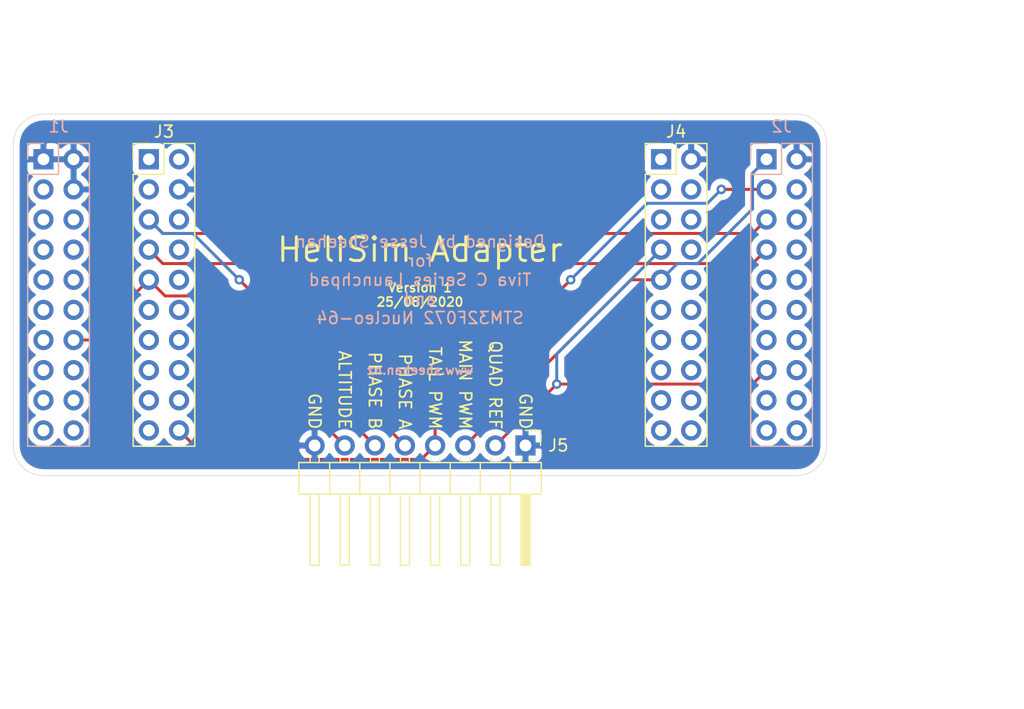
<source format=kicad_pcb>
(kicad_pcb (version 20171130) (host pcbnew 5.1.6)

  (general
    (thickness 1.6)
    (drawings 28)
    (tracks 43)
    (zones 0)
    (modules 5)
    (nets 8)
  )

  (page A4)
  (layers
    (0 F.Cu signal)
    (31 B.Cu signal)
    (32 B.Adhes user)
    (33 F.Adhes user)
    (34 B.Paste user)
    (35 F.Paste user)
    (36 B.SilkS user)
    (37 F.SilkS user)
    (38 B.Mask user)
    (39 F.Mask user)
    (40 Dwgs.User user)
    (41 Cmts.User user)
    (42 Eco1.User user)
    (43 Eco2.User user)
    (44 Edge.Cuts user)
    (45 Margin user)
    (46 B.CrtYd user)
    (47 F.CrtYd user)
    (48 B.Fab user)
    (49 F.Fab user)
  )

  (setup
    (last_trace_width 0.25)
    (trace_clearance 0.2)
    (zone_clearance 0.508)
    (zone_45_only no)
    (trace_min 0.2)
    (via_size 0.8)
    (via_drill 0.4)
    (via_min_size 0.4)
    (via_min_drill 0.3)
    (uvia_size 0.3)
    (uvia_drill 0.1)
    (uvias_allowed no)
    (uvia_min_size 0.2)
    (uvia_min_drill 0.1)
    (edge_width 0.05)
    (segment_width 0.2)
    (pcb_text_width 0.3)
    (pcb_text_size 1.5 1.5)
    (mod_edge_width 0.12)
    (mod_text_size 1 1)
    (mod_text_width 0.15)
    (pad_size 1.524 1.524)
    (pad_drill 0.762)
    (pad_to_mask_clearance 0.05)
    (aux_axis_origin 0 0)
    (visible_elements FFFFFF7F)
    (pcbplotparams
      (layerselection 0x010fc_ffffffff)
      (usegerberextensions false)
      (usegerberattributes true)
      (usegerberadvancedattributes true)
      (creategerberjobfile true)
      (excludeedgelayer true)
      (linewidth 0.100000)
      (plotframeref false)
      (viasonmask false)
      (mode 1)
      (useauxorigin false)
      (hpglpennumber 1)
      (hpglpenspeed 20)
      (hpglpendiameter 15.000000)
      (psnegative false)
      (psa4output false)
      (plotreference true)
      (plotvalue true)
      (plotinvisibletext false)
      (padsonsilk false)
      (subtractmaskfromsilk false)
      (outputformat 1)
      (mirror false)
      (drillshape 0)
      (scaleselection 1)
      (outputdirectory "outputs/"))
  )

  (net 0 "")
  (net 1 /HELI_ALTITUDE)
  (net 2 GND)
  (net 3 /HELI_QUAD_REF)
  (net 4 /HELI_PHASE_B)
  (net 5 /HELI_PHASE_A)
  (net 6 /HELI_TAIL_PWM)
  (net 7 /HELI_MAIN_PWM)

  (net_class Default "This is the default net class."
    (clearance 0.2)
    (trace_width 0.25)
    (via_dia 0.8)
    (via_drill 0.4)
    (uvia_dia 0.3)
    (uvia_drill 0.1)
    (add_net /HELI_ALTITUDE)
    (add_net /HELI_MAIN_PWM)
    (add_net /HELI_PHASE_A)
    (add_net /HELI_PHASE_B)
    (add_net /HELI_QUAD_REF)
    (add_net /HELI_TAIL_PWM)
    (add_net GND)
  )

  (module Connector_PinHeader_2.54mm:PinHeader_1x08_P2.54mm_Horizontal locked (layer F.Cu) (tedit 59FED5CB) (tstamp 5F3E4648)
    (at 193.04 93.98 270)
    (descr "Through hole angled pin header, 1x08, 2.54mm pitch, 6mm pin length, single row")
    (tags "Through hole angled pin header THT 1x08 2.54mm single row")
    (path /5F3EAB25)
    (fp_text reference J5 (at 0 -2.77) (layer F.SilkS)
      (effects (font (size 1 1) (thickness 0.15)))
    )
    (fp_text value HeliConn (at -4.38 20.55 90) (layer F.Fab)
      (effects (font (size 1 1) (thickness 0.15)))
    )
    (fp_text user %R (at -5.775 8.89) (layer F.Fab)
      (effects (font (size 1 1) (thickness 0.15)))
    )
    (fp_line (start 2.135 -1.27) (end 4.04 -1.27) (layer F.Fab) (width 0.1))
    (fp_line (start 4.04 -1.27) (end 4.04 19.05) (layer F.Fab) (width 0.1))
    (fp_line (start 4.04 19.05) (end 1.5 19.05) (layer F.Fab) (width 0.1))
    (fp_line (start 1.5 19.05) (end 1.5 -0.635) (layer F.Fab) (width 0.1))
    (fp_line (start 1.5 -0.635) (end 2.135 -1.27) (layer F.Fab) (width 0.1))
    (fp_line (start -0.32 -0.32) (end 1.5 -0.32) (layer F.Fab) (width 0.1))
    (fp_line (start -0.32 -0.32) (end -0.32 0.32) (layer F.Fab) (width 0.1))
    (fp_line (start -0.32 0.32) (end 1.5 0.32) (layer F.Fab) (width 0.1))
    (fp_line (start 4.04 -0.32) (end 10.04 -0.32) (layer F.Fab) (width 0.1))
    (fp_line (start 10.04 -0.32) (end 10.04 0.32) (layer F.Fab) (width 0.1))
    (fp_line (start 4.04 0.32) (end 10.04 0.32) (layer F.Fab) (width 0.1))
    (fp_line (start -0.32 2.22) (end 1.5 2.22) (layer F.Fab) (width 0.1))
    (fp_line (start -0.32 2.22) (end -0.32 2.86) (layer F.Fab) (width 0.1))
    (fp_line (start -0.32 2.86) (end 1.5 2.86) (layer F.Fab) (width 0.1))
    (fp_line (start 4.04 2.22) (end 10.04 2.22) (layer F.Fab) (width 0.1))
    (fp_line (start 10.04 2.22) (end 10.04 2.86) (layer F.Fab) (width 0.1))
    (fp_line (start 4.04 2.86) (end 10.04 2.86) (layer F.Fab) (width 0.1))
    (fp_line (start -0.32 4.76) (end 1.5 4.76) (layer F.Fab) (width 0.1))
    (fp_line (start -0.32 4.76) (end -0.32 5.4) (layer F.Fab) (width 0.1))
    (fp_line (start -0.32 5.4) (end 1.5 5.4) (layer F.Fab) (width 0.1))
    (fp_line (start 4.04 4.76) (end 10.04 4.76) (layer F.Fab) (width 0.1))
    (fp_line (start 10.04 4.76) (end 10.04 5.4) (layer F.Fab) (width 0.1))
    (fp_line (start 4.04 5.4) (end 10.04 5.4) (layer F.Fab) (width 0.1))
    (fp_line (start -0.32 7.3) (end 1.5 7.3) (layer F.Fab) (width 0.1))
    (fp_line (start -0.32 7.3) (end -0.32 7.94) (layer F.Fab) (width 0.1))
    (fp_line (start -0.32 7.94) (end 1.5 7.94) (layer F.Fab) (width 0.1))
    (fp_line (start 4.04 7.3) (end 10.04 7.3) (layer F.Fab) (width 0.1))
    (fp_line (start 10.04 7.3) (end 10.04 7.94) (layer F.Fab) (width 0.1))
    (fp_line (start 4.04 7.94) (end 10.04 7.94) (layer F.Fab) (width 0.1))
    (fp_line (start -0.32 9.84) (end 1.5 9.84) (layer F.Fab) (width 0.1))
    (fp_line (start -0.32 9.84) (end -0.32 10.48) (layer F.Fab) (width 0.1))
    (fp_line (start -0.32 10.48) (end 1.5 10.48) (layer F.Fab) (width 0.1))
    (fp_line (start 4.04 9.84) (end 10.04 9.84) (layer F.Fab) (width 0.1))
    (fp_line (start 10.04 9.84) (end 10.04 10.48) (layer F.Fab) (width 0.1))
    (fp_line (start 4.04 10.48) (end 10.04 10.48) (layer F.Fab) (width 0.1))
    (fp_line (start -0.32 12.38) (end 1.5 12.38) (layer F.Fab) (width 0.1))
    (fp_line (start -0.32 12.38) (end -0.32 13.02) (layer F.Fab) (width 0.1))
    (fp_line (start -0.32 13.02) (end 1.5 13.02) (layer F.Fab) (width 0.1))
    (fp_line (start 4.04 12.38) (end 10.04 12.38) (layer F.Fab) (width 0.1))
    (fp_line (start 10.04 12.38) (end 10.04 13.02) (layer F.Fab) (width 0.1))
    (fp_line (start 4.04 13.02) (end 10.04 13.02) (layer F.Fab) (width 0.1))
    (fp_line (start -0.32 14.92) (end 1.5 14.92) (layer F.Fab) (width 0.1))
    (fp_line (start -0.32 14.92) (end -0.32 15.56) (layer F.Fab) (width 0.1))
    (fp_line (start -0.32 15.56) (end 1.5 15.56) (layer F.Fab) (width 0.1))
    (fp_line (start 4.04 14.92) (end 10.04 14.92) (layer F.Fab) (width 0.1))
    (fp_line (start 10.04 14.92) (end 10.04 15.56) (layer F.Fab) (width 0.1))
    (fp_line (start 4.04 15.56) (end 10.04 15.56) (layer F.Fab) (width 0.1))
    (fp_line (start -0.32 17.46) (end 1.5 17.46) (layer F.Fab) (width 0.1))
    (fp_line (start -0.32 17.46) (end -0.32 18.1) (layer F.Fab) (width 0.1))
    (fp_line (start -0.32 18.1) (end 1.5 18.1) (layer F.Fab) (width 0.1))
    (fp_line (start 4.04 17.46) (end 10.04 17.46) (layer F.Fab) (width 0.1))
    (fp_line (start 10.04 17.46) (end 10.04 18.1) (layer F.Fab) (width 0.1))
    (fp_line (start 4.04 18.1) (end 10.04 18.1) (layer F.Fab) (width 0.1))
    (fp_line (start 1.44 -1.33) (end 1.44 19.11) (layer F.SilkS) (width 0.12))
    (fp_line (start 1.44 19.11) (end 4.1 19.11) (layer F.SilkS) (width 0.12))
    (fp_line (start 4.1 19.11) (end 4.1 -1.33) (layer F.SilkS) (width 0.12))
    (fp_line (start 4.1 -1.33) (end 1.44 -1.33) (layer F.SilkS) (width 0.12))
    (fp_line (start 4.1 -0.38) (end 10.1 -0.38) (layer F.SilkS) (width 0.12))
    (fp_line (start 10.1 -0.38) (end 10.1 0.38) (layer F.SilkS) (width 0.12))
    (fp_line (start 10.1 0.38) (end 4.1 0.38) (layer F.SilkS) (width 0.12))
    (fp_line (start 4.1 -0.32) (end 10.1 -0.32) (layer F.SilkS) (width 0.12))
    (fp_line (start 4.1 -0.2) (end 10.1 -0.2) (layer F.SilkS) (width 0.12))
    (fp_line (start 4.1 -0.08) (end 10.1 -0.08) (layer F.SilkS) (width 0.12))
    (fp_line (start 4.1 0.04) (end 10.1 0.04) (layer F.SilkS) (width 0.12))
    (fp_line (start 4.1 0.16) (end 10.1 0.16) (layer F.SilkS) (width 0.12))
    (fp_line (start 4.1 0.28) (end 10.1 0.28) (layer F.SilkS) (width 0.12))
    (fp_line (start 1.11 -0.38) (end 1.44 -0.38) (layer F.SilkS) (width 0.12))
    (fp_line (start 1.11 0.38) (end 1.44 0.38) (layer F.SilkS) (width 0.12))
    (fp_line (start 1.44 1.27) (end 4.1 1.27) (layer F.SilkS) (width 0.12))
    (fp_line (start 4.1 2.16) (end 10.1 2.16) (layer F.SilkS) (width 0.12))
    (fp_line (start 10.1 2.16) (end 10.1 2.92) (layer F.SilkS) (width 0.12))
    (fp_line (start 10.1 2.92) (end 4.1 2.92) (layer F.SilkS) (width 0.12))
    (fp_line (start 1.042929 2.16) (end 1.44 2.16) (layer F.SilkS) (width 0.12))
    (fp_line (start 1.042929 2.92) (end 1.44 2.92) (layer F.SilkS) (width 0.12))
    (fp_line (start 1.44 3.81) (end 4.1 3.81) (layer F.SilkS) (width 0.12))
    (fp_line (start 4.1 4.7) (end 10.1 4.7) (layer F.SilkS) (width 0.12))
    (fp_line (start 10.1 4.7) (end 10.1 5.46) (layer F.SilkS) (width 0.12))
    (fp_line (start 10.1 5.46) (end 4.1 5.46) (layer F.SilkS) (width 0.12))
    (fp_line (start 1.042929 4.7) (end 1.44 4.7) (layer F.SilkS) (width 0.12))
    (fp_line (start 1.042929 5.46) (end 1.44 5.46) (layer F.SilkS) (width 0.12))
    (fp_line (start 1.44 6.35) (end 4.1 6.35) (layer F.SilkS) (width 0.12))
    (fp_line (start 4.1 7.24) (end 10.1 7.24) (layer F.SilkS) (width 0.12))
    (fp_line (start 10.1 7.24) (end 10.1 8) (layer F.SilkS) (width 0.12))
    (fp_line (start 10.1 8) (end 4.1 8) (layer F.SilkS) (width 0.12))
    (fp_line (start 1.042929 7.24) (end 1.44 7.24) (layer F.SilkS) (width 0.12))
    (fp_line (start 1.042929 8) (end 1.44 8) (layer F.SilkS) (width 0.12))
    (fp_line (start 1.44 8.89) (end 4.1 8.89) (layer F.SilkS) (width 0.12))
    (fp_line (start 4.1 9.78) (end 10.1 9.78) (layer F.SilkS) (width 0.12))
    (fp_line (start 10.1 9.78) (end 10.1 10.54) (layer F.SilkS) (width 0.12))
    (fp_line (start 10.1 10.54) (end 4.1 10.54) (layer F.SilkS) (width 0.12))
    (fp_line (start 1.042929 9.78) (end 1.44 9.78) (layer F.SilkS) (width 0.12))
    (fp_line (start 1.042929 10.54) (end 1.44 10.54) (layer F.SilkS) (width 0.12))
    (fp_line (start 1.44 11.43) (end 4.1 11.43) (layer F.SilkS) (width 0.12))
    (fp_line (start 4.1 12.32) (end 10.1 12.32) (layer F.SilkS) (width 0.12))
    (fp_line (start 10.1 12.32) (end 10.1 13.08) (layer F.SilkS) (width 0.12))
    (fp_line (start 10.1 13.08) (end 4.1 13.08) (layer F.SilkS) (width 0.12))
    (fp_line (start 1.042929 12.32) (end 1.44 12.32) (layer F.SilkS) (width 0.12))
    (fp_line (start 1.042929 13.08) (end 1.44 13.08) (layer F.SilkS) (width 0.12))
    (fp_line (start 1.44 13.97) (end 4.1 13.97) (layer F.SilkS) (width 0.12))
    (fp_line (start 4.1 14.86) (end 10.1 14.86) (layer F.SilkS) (width 0.12))
    (fp_line (start 10.1 14.86) (end 10.1 15.62) (layer F.SilkS) (width 0.12))
    (fp_line (start 10.1 15.62) (end 4.1 15.62) (layer F.SilkS) (width 0.12))
    (fp_line (start 1.042929 14.86) (end 1.44 14.86) (layer F.SilkS) (width 0.12))
    (fp_line (start 1.042929 15.62) (end 1.44 15.62) (layer F.SilkS) (width 0.12))
    (fp_line (start 1.44 16.51) (end 4.1 16.51) (layer F.SilkS) (width 0.12))
    (fp_line (start 4.1 17.4) (end 10.1 17.4) (layer F.SilkS) (width 0.12))
    (fp_line (start 10.1 17.4) (end 10.1 18.16) (layer F.SilkS) (width 0.12))
    (fp_line (start 10.1 18.16) (end 4.1 18.16) (layer F.SilkS) (width 0.12))
    (fp_line (start 1.042929 17.4) (end 1.44 17.4) (layer F.SilkS) (width 0.12))
    (fp_line (start 1.042929 18.16) (end 1.44 18.16) (layer F.SilkS) (width 0.12))
    (fp_line (start -1.27 0) (end -1.27 -1.27) (layer F.SilkS) (width 0.12))
    (fp_line (start -1.27 -1.27) (end 0 -1.27) (layer F.SilkS) (width 0.12))
    (fp_line (start -1.8 -1.8) (end -1.8 19.55) (layer F.CrtYd) (width 0.05))
    (fp_line (start -1.8 19.55) (end 10.55 19.55) (layer F.CrtYd) (width 0.05))
    (fp_line (start 10.55 19.55) (end 10.55 -1.8) (layer F.CrtYd) (width 0.05))
    (fp_line (start 10.55 -1.8) (end -1.8 -1.8) (layer F.CrtYd) (width 0.05))
    (pad 8 thru_hole oval (at 0 17.78 270) (size 1.7 1.7) (drill 1) (layers *.Cu *.Mask)
      (net 2 GND))
    (pad 7 thru_hole oval (at 0 15.24 270) (size 1.7 1.7) (drill 1) (layers *.Cu *.Mask)
      (net 1 /HELI_ALTITUDE))
    (pad 6 thru_hole oval (at 0 12.7 270) (size 1.7 1.7) (drill 1) (layers *.Cu *.Mask)
      (net 4 /HELI_PHASE_B))
    (pad 5 thru_hole oval (at 0 10.16 270) (size 1.7 1.7) (drill 1) (layers *.Cu *.Mask)
      (net 5 /HELI_PHASE_A))
    (pad 4 thru_hole oval (at 0 7.62 270) (size 1.7 1.7) (drill 1) (layers *.Cu *.Mask)
      (net 6 /HELI_TAIL_PWM))
    (pad 3 thru_hole oval (at 0 5.08 270) (size 1.7 1.7) (drill 1) (layers *.Cu *.Mask)
      (net 7 /HELI_MAIN_PWM))
    (pad 2 thru_hole oval (at 0 2.54 270) (size 1.7 1.7) (drill 1) (layers *.Cu *.Mask)
      (net 3 /HELI_QUAD_REF))
    (pad 1 thru_hole rect (at 0 0 270) (size 1.7 1.7) (drill 1) (layers *.Cu *.Mask)
      (net 2 GND))
    (model ${KISYS3DMOD}/Connector_PinHeader_2.54mm.3dshapes/PinHeader_1x08_P2.54mm_Horizontal.wrl
      (at (xyz 0 0 0))
      (scale (xyz 1 1 1))
      (rotate (xyz 0 0 0))
    )
  )

  (module Connector_PinHeader_2.54mm:PinHeader_2x10_P2.54mm_Vertical locked (layer F.Cu) (tedit 59FED5CC) (tstamp 5F3CB1AD)
    (at 204.47 69.85)
    (descr "Through hole straight pin header, 2x10, 2.54mm pitch, double rows")
    (tags "Through hole pin header THT 2x10 2.54mm double row")
    (path /5F406600)
    (fp_text reference J4 (at 1.27 -2.33) (layer F.SilkS)
      (effects (font (size 1 1) (thickness 0.15)))
    )
    (fp_text value TIVA_J4_J2 (at 1.27 25.19) (layer F.Fab)
      (effects (font (size 1 1) (thickness 0.15)))
    )
    (fp_line (start 4.35 -1.8) (end -1.8 -1.8) (layer F.CrtYd) (width 0.05))
    (fp_line (start 4.35 24.65) (end 4.35 -1.8) (layer F.CrtYd) (width 0.05))
    (fp_line (start -1.8 24.65) (end 4.35 24.65) (layer F.CrtYd) (width 0.05))
    (fp_line (start -1.8 -1.8) (end -1.8 24.65) (layer F.CrtYd) (width 0.05))
    (fp_line (start -1.33 -1.33) (end 0 -1.33) (layer F.SilkS) (width 0.12))
    (fp_line (start -1.33 0) (end -1.33 -1.33) (layer F.SilkS) (width 0.12))
    (fp_line (start 1.27 -1.33) (end 3.87 -1.33) (layer F.SilkS) (width 0.12))
    (fp_line (start 1.27 1.27) (end 1.27 -1.33) (layer F.SilkS) (width 0.12))
    (fp_line (start -1.33 1.27) (end 1.27 1.27) (layer F.SilkS) (width 0.12))
    (fp_line (start 3.87 -1.33) (end 3.87 24.19) (layer F.SilkS) (width 0.12))
    (fp_line (start -1.33 1.27) (end -1.33 24.19) (layer F.SilkS) (width 0.12))
    (fp_line (start -1.33 24.19) (end 3.87 24.19) (layer F.SilkS) (width 0.12))
    (fp_line (start -1.27 0) (end 0 -1.27) (layer F.Fab) (width 0.1))
    (fp_line (start -1.27 24.13) (end -1.27 0) (layer F.Fab) (width 0.1))
    (fp_line (start 3.81 24.13) (end -1.27 24.13) (layer F.Fab) (width 0.1))
    (fp_line (start 3.81 -1.27) (end 3.81 24.13) (layer F.Fab) (width 0.1))
    (fp_line (start 0 -1.27) (end 3.81 -1.27) (layer F.Fab) (width 0.1))
    (fp_text user %R (at 1.27 11.43 90) (layer F.Fab)
      (effects (font (size 1 1) (thickness 0.15)))
    )
    (pad 20 thru_hole oval (at 2.54 22.86) (size 1.7 1.7) (drill 1) (layers *.Cu *.Mask))
    (pad 19 thru_hole oval (at 0 22.86) (size 1.7 1.7) (drill 1) (layers *.Cu *.Mask))
    (pad 18 thru_hole oval (at 2.54 20.32) (size 1.7 1.7) (drill 1) (layers *.Cu *.Mask))
    (pad 17 thru_hole oval (at 0 20.32) (size 1.7 1.7) (drill 1) (layers *.Cu *.Mask))
    (pad 16 thru_hole oval (at 2.54 17.78) (size 1.7 1.7) (drill 1) (layers *.Cu *.Mask))
    (pad 15 thru_hole oval (at 0 17.78) (size 1.7 1.7) (drill 1) (layers *.Cu *.Mask))
    (pad 14 thru_hole oval (at 2.54 15.24) (size 1.7 1.7) (drill 1) (layers *.Cu *.Mask))
    (pad 13 thru_hole oval (at 0 15.24) (size 1.7 1.7) (drill 1) (layers *.Cu *.Mask))
    (pad 12 thru_hole oval (at 2.54 12.7) (size 1.7 1.7) (drill 1) (layers *.Cu *.Mask))
    (pad 11 thru_hole oval (at 0 12.7) (size 1.7 1.7) (drill 1) (layers *.Cu *.Mask))
    (pad 10 thru_hole oval (at 2.54 10.16) (size 1.7 1.7) (drill 1) (layers *.Cu *.Mask))
    (pad 9 thru_hole oval (at 0 10.16) (size 1.7 1.7) (drill 1) (layers *.Cu *.Mask)
      (net 7 /HELI_MAIN_PWM))
    (pad 8 thru_hole oval (at 2.54 7.62) (size 1.7 1.7) (drill 1) (layers *.Cu *.Mask))
    (pad 7 thru_hole oval (at 0 7.62) (size 1.7 1.7) (drill 1) (layers *.Cu *.Mask)
      (net 3 /HELI_QUAD_REF))
    (pad 6 thru_hole oval (at 2.54 5.08) (size 1.7 1.7) (drill 1) (layers *.Cu *.Mask))
    (pad 5 thru_hole oval (at 0 5.08) (size 1.7 1.7) (drill 1) (layers *.Cu *.Mask))
    (pad 4 thru_hole oval (at 2.54 2.54) (size 1.7 1.7) (drill 1) (layers *.Cu *.Mask))
    (pad 3 thru_hole oval (at 0 2.54) (size 1.7 1.7) (drill 1) (layers *.Cu *.Mask))
    (pad 2 thru_hole oval (at 2.54 0) (size 1.7 1.7) (drill 1) (layers *.Cu *.Mask)
      (net 2 GND))
    (pad 1 thru_hole rect (at 0 0) (size 1.7 1.7) (drill 1) (layers *.Cu *.Mask))
    (model ${KISYS3DMOD}/Connector_PinHeader_2.54mm.3dshapes/PinHeader_2x10_P2.54mm_Vertical.wrl
      (at (xyz 0 0 0))
      (scale (xyz 1 1 1))
      (rotate (xyz 0 0 0))
    )
  )

  (module Connector_PinHeader_2.54mm:PinHeader_2x10_P2.54mm_Vertical locked (layer F.Cu) (tedit 59FED5CC) (tstamp 5F3CB183)
    (at 161.29 69.85)
    (descr "Through hole straight pin header, 2x10, 2.54mm pitch, double rows")
    (tags "Through hole pin header THT 2x10 2.54mm double row")
    (path /5F405929)
    (fp_text reference J3 (at 1.27 -2.33) (layer F.SilkS)
      (effects (font (size 1 1) (thickness 0.15)))
    )
    (fp_text value TIVA_J1_J3 (at 1.27 25.19) (layer F.Fab)
      (effects (font (size 1 1) (thickness 0.15)))
    )
    (fp_line (start 4.35 -1.8) (end -1.8 -1.8) (layer F.CrtYd) (width 0.05))
    (fp_line (start 4.35 24.65) (end 4.35 -1.8) (layer F.CrtYd) (width 0.05))
    (fp_line (start -1.8 24.65) (end 4.35 24.65) (layer F.CrtYd) (width 0.05))
    (fp_line (start -1.8 -1.8) (end -1.8 24.65) (layer F.CrtYd) (width 0.05))
    (fp_line (start -1.33 -1.33) (end 0 -1.33) (layer F.SilkS) (width 0.12))
    (fp_line (start -1.33 0) (end -1.33 -1.33) (layer F.SilkS) (width 0.12))
    (fp_line (start 1.27 -1.33) (end 3.87 -1.33) (layer F.SilkS) (width 0.12))
    (fp_line (start 1.27 1.27) (end 1.27 -1.33) (layer F.SilkS) (width 0.12))
    (fp_line (start -1.33 1.27) (end 1.27 1.27) (layer F.SilkS) (width 0.12))
    (fp_line (start 3.87 -1.33) (end 3.87 24.19) (layer F.SilkS) (width 0.12))
    (fp_line (start -1.33 1.27) (end -1.33 24.19) (layer F.SilkS) (width 0.12))
    (fp_line (start -1.33 24.19) (end 3.87 24.19) (layer F.SilkS) (width 0.12))
    (fp_line (start -1.27 0) (end 0 -1.27) (layer F.Fab) (width 0.1))
    (fp_line (start -1.27 24.13) (end -1.27 0) (layer F.Fab) (width 0.1))
    (fp_line (start 3.81 24.13) (end -1.27 24.13) (layer F.Fab) (width 0.1))
    (fp_line (start 3.81 -1.27) (end 3.81 24.13) (layer F.Fab) (width 0.1))
    (fp_line (start 0 -1.27) (end 3.81 -1.27) (layer F.Fab) (width 0.1))
    (fp_text user %R (at 1.27 11.43 90) (layer F.Fab)
      (effects (font (size 1 1) (thickness 0.15)))
    )
    (pad 20 thru_hole oval (at 2.54 22.86) (size 1.7 1.7) (drill 1) (layers *.Cu *.Mask)
      (net 6 /HELI_TAIL_PWM))
    (pad 19 thru_hole oval (at 0 22.86) (size 1.7 1.7) (drill 1) (layers *.Cu *.Mask))
    (pad 18 thru_hole oval (at 2.54 20.32) (size 1.7 1.7) (drill 1) (layers *.Cu *.Mask))
    (pad 17 thru_hole oval (at 0 20.32) (size 1.7 1.7) (drill 1) (layers *.Cu *.Mask))
    (pad 16 thru_hole oval (at 2.54 17.78) (size 1.7 1.7) (drill 1) (layers *.Cu *.Mask))
    (pad 15 thru_hole oval (at 0 17.78) (size 1.7 1.7) (drill 1) (layers *.Cu *.Mask))
    (pad 14 thru_hole oval (at 2.54 15.24) (size 1.7 1.7) (drill 1) (layers *.Cu *.Mask))
    (pad 13 thru_hole oval (at 0 15.24) (size 1.7 1.7) (drill 1) (layers *.Cu *.Mask))
    (pad 12 thru_hole oval (at 2.54 12.7) (size 1.7 1.7) (drill 1) (layers *.Cu *.Mask))
    (pad 11 thru_hole oval (at 0 12.7) (size 1.7 1.7) (drill 1) (layers *.Cu *.Mask))
    (pad 10 thru_hole oval (at 2.54 10.16) (size 1.7 1.7) (drill 1) (layers *.Cu *.Mask))
    (pad 9 thru_hole oval (at 0 10.16) (size 1.7 1.7) (drill 1) (layers *.Cu *.Mask)
      (net 1 /HELI_ALTITUDE))
    (pad 8 thru_hole oval (at 2.54 7.62) (size 1.7 1.7) (drill 1) (layers *.Cu *.Mask))
    (pad 7 thru_hole oval (at 0 7.62) (size 1.7 1.7) (drill 1) (layers *.Cu *.Mask)
      (net 4 /HELI_PHASE_B))
    (pad 6 thru_hole oval (at 2.54 5.08) (size 1.7 1.7) (drill 1) (layers *.Cu *.Mask))
    (pad 5 thru_hole oval (at 0 5.08) (size 1.7 1.7) (drill 1) (layers *.Cu *.Mask)
      (net 5 /HELI_PHASE_A))
    (pad 4 thru_hole oval (at 2.54 2.54) (size 1.7 1.7) (drill 1) (layers *.Cu *.Mask)
      (net 2 GND))
    (pad 3 thru_hole oval (at 0 2.54) (size 1.7 1.7) (drill 1) (layers *.Cu *.Mask))
    (pad 2 thru_hole oval (at 2.54 0) (size 1.7 1.7) (drill 1) (layers *.Cu *.Mask))
    (pad 1 thru_hole rect (at 0 0) (size 1.7 1.7) (drill 1) (layers *.Cu *.Mask))
    (model ${KISYS3DMOD}/Connector_PinHeader_2.54mm.3dshapes/PinHeader_2x10_P2.54mm_Vertical.wrl
      (at (xyz 0 0 0))
      (scale (xyz 1 1 1))
      (rotate (xyz 0 0 0))
    )
  )

  (module Connector_PinSocket_2.54mm:PinSocket_2x10_P2.54mm_Vertical locked (layer B.Cu) (tedit 5A19A427) (tstamp 5F3CB159)
    (at 213.36 69.85 180)
    (descr "Through hole straight socket strip, 2x10, 2.54mm pitch, double cols (from Kicad 4.0.7), script generated")
    (tags "Through hole socket strip THT 2x10 2.54mm double row")
    (path /5F3CAB03)
    (fp_text reference J2 (at -1.27 2.77) (layer B.SilkS)
      (effects (font (size 1 1) (thickness 0.15)) (justify mirror))
    )
    (fp_text value NUCLEO_CN10 (at -1.27 -25.63) (layer B.Fab)
      (effects (font (size 1 1) (thickness 0.15)) (justify mirror))
    )
    (fp_line (start -4.34 -24.6) (end -4.34 1.8) (layer B.CrtYd) (width 0.05))
    (fp_line (start 1.76 -24.6) (end -4.34 -24.6) (layer B.CrtYd) (width 0.05))
    (fp_line (start 1.76 1.8) (end 1.76 -24.6) (layer B.CrtYd) (width 0.05))
    (fp_line (start -4.34 1.8) (end 1.76 1.8) (layer B.CrtYd) (width 0.05))
    (fp_line (start 0 1.33) (end 1.33 1.33) (layer B.SilkS) (width 0.12))
    (fp_line (start 1.33 1.33) (end 1.33 0) (layer B.SilkS) (width 0.12))
    (fp_line (start -1.27 1.33) (end -1.27 -1.27) (layer B.SilkS) (width 0.12))
    (fp_line (start -1.27 -1.27) (end 1.33 -1.27) (layer B.SilkS) (width 0.12))
    (fp_line (start 1.33 -1.27) (end 1.33 -24.19) (layer B.SilkS) (width 0.12))
    (fp_line (start -3.87 -24.19) (end 1.33 -24.19) (layer B.SilkS) (width 0.12))
    (fp_line (start -3.87 1.33) (end -3.87 -24.19) (layer B.SilkS) (width 0.12))
    (fp_line (start -3.87 1.33) (end -1.27 1.33) (layer B.SilkS) (width 0.12))
    (fp_line (start -3.81 -24.13) (end -3.81 1.27) (layer B.Fab) (width 0.1))
    (fp_line (start 1.27 -24.13) (end -3.81 -24.13) (layer B.Fab) (width 0.1))
    (fp_line (start 1.27 0.27) (end 1.27 -24.13) (layer B.Fab) (width 0.1))
    (fp_line (start 0.27 1.27) (end 1.27 0.27) (layer B.Fab) (width 0.1))
    (fp_line (start -3.81 1.27) (end 0.27 1.27) (layer B.Fab) (width 0.1))
    (fp_text user %R (at -1.27 -11.43 270) (layer B.Fab)
      (effects (font (size 1 1) (thickness 0.15)) (justify mirror))
    )
    (pad 20 thru_hole oval (at -2.54 -22.86 180) (size 1.7 1.7) (drill 1) (layers *.Cu *.Mask))
    (pad 19 thru_hole oval (at 0 -22.86 180) (size 1.7 1.7) (drill 1) (layers *.Cu *.Mask))
    (pad 18 thru_hole oval (at -2.54 -20.32 180) (size 1.7 1.7) (drill 1) (layers *.Cu *.Mask))
    (pad 17 thru_hole oval (at 0 -20.32 180) (size 1.7 1.7) (drill 1) (layers *.Cu *.Mask))
    (pad 16 thru_hole oval (at -2.54 -17.78 180) (size 1.7 1.7) (drill 1) (layers *.Cu *.Mask))
    (pad 15 thru_hole oval (at 0 -17.78 180) (size 1.7 1.7) (drill 1) (layers *.Cu *.Mask)
      (net 3 /HELI_QUAD_REF))
    (pad 14 thru_hole oval (at -2.54 -15.24 180) (size 1.7 1.7) (drill 1) (layers *.Cu *.Mask))
    (pad 13 thru_hole oval (at 0 -15.24 180) (size 1.7 1.7) (drill 1) (layers *.Cu *.Mask))
    (pad 12 thru_hole oval (at -2.54 -12.7 180) (size 1.7 1.7) (drill 1) (layers *.Cu *.Mask))
    (pad 11 thru_hole oval (at 0 -12.7 180) (size 1.7 1.7) (drill 1) (layers *.Cu *.Mask))
    (pad 10 thru_hole oval (at -2.54 -10.16 180) (size 1.7 1.7) (drill 1) (layers *.Cu *.Mask))
    (pad 9 thru_hole oval (at 0 -10.16 180) (size 1.7 1.7) (drill 1) (layers *.Cu *.Mask))
    (pad 8 thru_hole oval (at -2.54 -7.62 180) (size 1.7 1.7) (drill 1) (layers *.Cu *.Mask))
    (pad 7 thru_hole oval (at 0 -7.62 180) (size 1.7 1.7) (drill 1) (layers *.Cu *.Mask)
      (net 4 /HELI_PHASE_B))
    (pad 6 thru_hole oval (at -2.54 -5.08 180) (size 1.7 1.7) (drill 1) (layers *.Cu *.Mask))
    (pad 5 thru_hole oval (at 0 -5.08 180) (size 1.7 1.7) (drill 1) (layers *.Cu *.Mask)
      (net 5 /HELI_PHASE_A))
    (pad 4 thru_hole oval (at -2.54 -2.54 180) (size 1.7 1.7) (drill 1) (layers *.Cu *.Mask))
    (pad 3 thru_hole oval (at 0 -2.54 180) (size 1.7 1.7) (drill 1) (layers *.Cu *.Mask)
      (net 6 /HELI_TAIL_PWM))
    (pad 2 thru_hole oval (at -2.54 0 180) (size 1.7 1.7) (drill 1) (layers *.Cu *.Mask)
      (net 2 GND))
    (pad 1 thru_hole rect (at 0 0 180) (size 1.7 1.7) (drill 1) (layers *.Cu *.Mask)
      (net 7 /HELI_MAIN_PWM))
    (model ${KISYS3DMOD}/Connector_PinSocket_2.54mm.3dshapes/PinSocket_2x10_P2.54mm_Vertical.wrl
      (at (xyz 0 0 0))
      (scale (xyz 1 1 1))
      (rotate (xyz 0 0 0))
    )
  )

  (module Connector_PinSocket_2.54mm:PinSocket_2x10_P2.54mm_Vertical locked (layer B.Cu) (tedit 5A19A427) (tstamp 5F3CB12F)
    (at 152.4 69.85 180)
    (descr "Through hole straight socket strip, 2x10, 2.54mm pitch, double cols (from Kicad 4.0.7), script generated")
    (tags "Through hole socket strip THT 2x10 2.54mm double row")
    (path /5F3CA56A)
    (fp_text reference J1 (at -1.27 2.77) (layer B.SilkS)
      (effects (font (size 1 1) (thickness 0.15)) (justify mirror))
    )
    (fp_text value NUCLEO_CN7 (at -1.27 -25.63) (layer B.Fab)
      (effects (font (size 1 1) (thickness 0.15)) (justify mirror))
    )
    (fp_line (start -4.34 -24.6) (end -4.34 1.8) (layer B.CrtYd) (width 0.05))
    (fp_line (start 1.76 -24.6) (end -4.34 -24.6) (layer B.CrtYd) (width 0.05))
    (fp_line (start 1.76 1.8) (end 1.76 -24.6) (layer B.CrtYd) (width 0.05))
    (fp_line (start -4.34 1.8) (end 1.76 1.8) (layer B.CrtYd) (width 0.05))
    (fp_line (start 0 1.33) (end 1.33 1.33) (layer B.SilkS) (width 0.12))
    (fp_line (start 1.33 1.33) (end 1.33 0) (layer B.SilkS) (width 0.12))
    (fp_line (start -1.27 1.33) (end -1.27 -1.27) (layer B.SilkS) (width 0.12))
    (fp_line (start -1.27 -1.27) (end 1.33 -1.27) (layer B.SilkS) (width 0.12))
    (fp_line (start 1.33 -1.27) (end 1.33 -24.19) (layer B.SilkS) (width 0.12))
    (fp_line (start -3.87 -24.19) (end 1.33 -24.19) (layer B.SilkS) (width 0.12))
    (fp_line (start -3.87 1.33) (end -3.87 -24.19) (layer B.SilkS) (width 0.12))
    (fp_line (start -3.87 1.33) (end -1.27 1.33) (layer B.SilkS) (width 0.12))
    (fp_line (start -3.81 -24.13) (end -3.81 1.27) (layer B.Fab) (width 0.1))
    (fp_line (start 1.27 -24.13) (end -3.81 -24.13) (layer B.Fab) (width 0.1))
    (fp_line (start 1.27 0.27) (end 1.27 -24.13) (layer B.Fab) (width 0.1))
    (fp_line (start 0.27 1.27) (end 1.27 0.27) (layer B.Fab) (width 0.1))
    (fp_line (start -3.81 1.27) (end 0.27 1.27) (layer B.Fab) (width 0.1))
    (fp_text user %R (at -1.27 -11.43 270) (layer B.Fab)
      (effects (font (size 1 1) (thickness 0.15)) (justify mirror))
    )
    (pad 20 thru_hole oval (at -2.54 -22.86 180) (size 1.7 1.7) (drill 1) (layers *.Cu *.Mask))
    (pad 19 thru_hole oval (at 0 -22.86 180) (size 1.7 1.7) (drill 1) (layers *.Cu *.Mask))
    (pad 18 thru_hole oval (at -2.54 -20.32 180) (size 1.7 1.7) (drill 1) (layers *.Cu *.Mask))
    (pad 17 thru_hole oval (at 0 -20.32 180) (size 1.7 1.7) (drill 1) (layers *.Cu *.Mask))
    (pad 16 thru_hole oval (at -2.54 -17.78 180) (size 1.7 1.7) (drill 1) (layers *.Cu *.Mask))
    (pad 15 thru_hole oval (at 0 -17.78 180) (size 1.7 1.7) (drill 1) (layers *.Cu *.Mask))
    (pad 14 thru_hole oval (at -2.54 -15.24 180) (size 1.7 1.7) (drill 1) (layers *.Cu *.Mask)
      (net 1 /HELI_ALTITUDE))
    (pad 13 thru_hole oval (at 0 -15.24 180) (size 1.7 1.7) (drill 1) (layers *.Cu *.Mask))
    (pad 12 thru_hole oval (at -2.54 -12.7 180) (size 1.7 1.7) (drill 1) (layers *.Cu *.Mask))
    (pad 11 thru_hole oval (at 0 -12.7 180) (size 1.7 1.7) (drill 1) (layers *.Cu *.Mask))
    (pad 10 thru_hole oval (at -2.54 -10.16 180) (size 1.7 1.7) (drill 1) (layers *.Cu *.Mask))
    (pad 9 thru_hole oval (at 0 -10.16 180) (size 1.7 1.7) (drill 1) (layers *.Cu *.Mask))
    (pad 8 thru_hole oval (at -2.54 -7.62 180) (size 1.7 1.7) (drill 1) (layers *.Cu *.Mask))
    (pad 7 thru_hole oval (at 0 -7.62 180) (size 1.7 1.7) (drill 1) (layers *.Cu *.Mask))
    (pad 6 thru_hole oval (at -2.54 -5.08 180) (size 1.7 1.7) (drill 1) (layers *.Cu *.Mask))
    (pad 5 thru_hole oval (at 0 -5.08 180) (size 1.7 1.7) (drill 1) (layers *.Cu *.Mask))
    (pad 4 thru_hole oval (at -2.54 -2.54 180) (size 1.7 1.7) (drill 1) (layers *.Cu *.Mask)
      (net 2 GND))
    (pad 3 thru_hole oval (at 0 -2.54 180) (size 1.7 1.7) (drill 1) (layers *.Cu *.Mask))
    (pad 2 thru_hole oval (at -2.54 0 180) (size 1.7 1.7) (drill 1) (layers *.Cu *.Mask)
      (net 2 GND))
    (pad 1 thru_hole rect (at 0 0 180) (size 1.7 1.7) (drill 1) (layers *.Cu *.Mask)
      (net 2 GND))
    (model ${KISYS3DMOD}/Connector_PinSocket_2.54mm.3dshapes/PinSocket_2x10_P2.54mm_Vertical.wrl
      (at (xyz 0 0 0))
      (scale (xyz 1 1 1))
      (rotate (xyz 0 0 0))
    )
  )

  (gr_text "Version 1\n25/08/2020" (at 184.15 81.28) (layer F.SilkS)
    (effects (font (size 0.75 0.75) (thickness 0.15)))
  )
  (dimension 25.4 (width 0.15) (layer Dwgs.User)
    (gr_text "25.400 mm" (at 162.56 116.87) (layer Dwgs.User)
      (effects (font (size 1 1) (thickness 0.15)))
    )
    (feature1 (pts (xy 149.86 93.98) (xy 149.86 116.156421)))
    (feature2 (pts (xy 175.26 93.98) (xy 175.26 116.156421)))
    (crossbar (pts (xy 175.26 115.57) (xy 149.86 115.57)))
    (arrow1a (pts (xy 149.86 115.57) (xy 150.986504 114.983579)))
    (arrow1b (pts (xy 149.86 115.57) (xy 150.986504 116.156421)))
    (arrow2a (pts (xy 175.26 115.57) (xy 174.133496 114.983579)))
    (arrow2b (pts (xy 175.26 115.57) (xy 174.133496 116.156421)))
  )
  (dimension 25.4 (width 0.15) (layer Dwgs.User)
    (gr_text "25.400 mm" (at 205.74 116.87) (layer Dwgs.User)
      (effects (font (size 1 1) (thickness 0.15)))
    )
    (feature1 (pts (xy 218.44 93.98) (xy 218.44 116.156421)))
    (feature2 (pts (xy 193.04 93.98) (xy 193.04 116.156421)))
    (crossbar (pts (xy 193.04 115.57) (xy 218.44 115.57)))
    (arrow1a (pts (xy 218.44 115.57) (xy 217.313496 116.156421)))
    (arrow1b (pts (xy 218.44 115.57) (xy 217.313496 114.983579)))
    (arrow2a (pts (xy 193.04 115.57) (xy 194.166504 116.156421)))
    (arrow2b (pts (xy 193.04 115.57) (xy 194.166504 114.983579)))
  )
  (gr_text ALTITUDE (at 177.8 92.71 270) (layer F.SilkS) (tstamp 5F3E53CB)
    (effects (font (size 1 1) (thickness 0.15)) (justify right))
  )
  (gr_text "QUAD REF" (at 190.5 92.71 270) (layer F.SilkS) (tstamp 5F3E53CB)
    (effects (font (size 1 1) (thickness 0.15)) (justify right))
  )
  (gr_text "PHASE A" (at 182.88 92.71 270) (layer F.SilkS) (tstamp 5F3E53CB)
    (effects (font (size 1 1) (thickness 0.15)) (justify right))
  )
  (gr_text "PHASE B" (at 180.34 92.71 270) (layer F.SilkS) (tstamp 5F3E53CB)
    (effects (font (size 1 1) (thickness 0.15)) (justify right))
  )
  (gr_text "MAIN PWM" (at 187.96 92.71 270) (layer F.SilkS) (tstamp 5F3E53CB)
    (effects (font (size 1 1) (thickness 0.15)) (justify right))
  )
  (gr_text "TAIL PWM" (at 185.42 92.71 270) (layer F.SilkS) (tstamp 5F3E53CB)
    (effects (font (size 1 1) (thickness 0.15)) (justify right))
  )
  (gr_text GND (at 193.04 92.71 270) (layer F.SilkS) (tstamp 5F44843E)
    (effects (font (size 1 1) (thickness 0.15)) (justify right))
  )
  (gr_text GND (at 175.26 92.71 270) (layer F.SilkS)
    (effects (font (size 1 1) (thickness 0.15)) (justify right))
  )
  (dimension 30.48 (width 0.15) (layer Dwgs.User)
    (gr_text "30.480 mm" (at 233.71 81.28 270) (layer Dwgs.User)
      (effects (font (size 1 1) (thickness 0.15)))
    )
    (feature1 (pts (xy 215.9 96.52) (xy 232.996421 96.52)))
    (feature2 (pts (xy 215.9 66.04) (xy 232.996421 66.04)))
    (crossbar (pts (xy 232.41 66.04) (xy 232.41 96.52)))
    (arrow1a (pts (xy 232.41 96.52) (xy 231.823579 95.393496)))
    (arrow1b (pts (xy 232.41 96.52) (xy 232.996421 95.393496)))
    (arrow2a (pts (xy 232.41 66.04) (xy 231.823579 67.166504)))
    (arrow2b (pts (xy 232.41 66.04) (xy 232.996421 67.166504)))
  )
  (gr_line (start 152.4 96.52) (end 215.9 96.52) (layer Edge.Cuts) (width 0.05) (tstamp 5F3D3304))
  (gr_line (start 149.86 68.58) (end 149.86 93.98) (layer Edge.Cuts) (width 0.05) (tstamp 5F3D3303))
  (gr_line (start 215.9 66.04) (end 152.4 66.04) (layer Edge.Cuts) (width 0.05) (tstamp 5F3D3302))
  (gr_line (start 218.44 93.98) (end 218.44 68.58) (layer Edge.Cuts) (width 0.05) (tstamp 5F3D3301))
  (gr_arc (start 215.9 68.58) (end 218.44 68.58) (angle -90) (layer Edge.Cuts) (width 0.05))
  (gr_arc (start 215.9 93.98) (end 215.9 96.52) (angle -90) (layer Edge.Cuts) (width 0.05))
  (gr_arc (start 152.4 93.98) (end 149.86 93.98) (angle -90) (layer Edge.Cuts) (width 0.05))
  (gr_arc (start 152.4 68.58) (end 152.4 66.04) (angle -90) (layer Edge.Cuts) (width 0.05))
  (gr_text www.sheehan.nz (at 184.15 87.63) (layer B.SilkS)
    (effects (font (size 0.75 0.75) (thickness 0.15)) (justify mirror))
  )
  (gr_text "Designed by Jesse Sheehan\nfor\nTiva C Series Launchpad\nand\nSTM32F072 Nucleo-64" (at 184.15 80.01) (layer B.SilkS)
    (effects (font (size 1 1) (thickness 0.15)) (justify mirror))
  )
  (gr_text "HeliSim Adapter" (at 184.15 77.47) (layer F.SilkS) (tstamp 5F3E6DE9)
    (effects (font (size 2 2) (thickness 0.25)))
  )
  (dimension 68.58 (width 0.12) (layer Dwgs.User)
    (gr_text "68.580 mm" (at 184.15 57.15) (layer Dwgs.User)
      (effects (font (size 1 1) (thickness 0.15)))
    )
    (feature1 (pts (xy 218.44 66.04) (xy 218.44 57.833579)))
    (feature2 (pts (xy 149.86 66.04) (xy 149.86 57.833579)))
    (crossbar (pts (xy 149.86 58.42) (xy 218.44 58.42)))
    (arrow1a (pts (xy 218.44 58.42) (xy 217.313496 59.006421)))
    (arrow1b (pts (xy 218.44 58.42) (xy 217.313496 57.833579)))
    (arrow2a (pts (xy 149.86 58.42) (xy 150.986504 59.006421)))
    (arrow2b (pts (xy 149.86 58.42) (xy 150.986504 57.833579)))
  )
  (dimension 6.35 (width 0.12) (layer Dwgs.User)
    (gr_text "250 mils" (at 210.185 104.14) (layer Dwgs.User)
      (effects (font (size 1 1) (thickness 0.15)))
    )
    (feature1 (pts (xy 213.36 92.71) (xy 213.36 103.456421)))
    (feature2 (pts (xy 207.01 92.71) (xy 207.01 103.456421)))
    (crossbar (pts (xy 207.01 102.87) (xy 213.36 102.87)))
    (arrow1a (pts (xy 213.36 102.87) (xy 212.233496 103.456421)))
    (arrow1b (pts (xy 213.36 102.87) (xy 212.233496 102.283579)))
    (arrow2a (pts (xy 207.01 102.87) (xy 208.136504 103.456421)))
    (arrow2b (pts (xy 207.01 102.87) (xy 208.136504 102.283579)))
  )
  (dimension 6.35 (width 0.12) (layer Dwgs.User)
    (gr_text "250 mils" (at 158.115 104.14) (layer Dwgs.User)
      (effects (font (size 1 1) (thickness 0.15)))
    )
    (feature1 (pts (xy 161.29 92.71) (xy 161.29 103.456421)))
    (feature2 (pts (xy 154.94 92.71) (xy 154.94 103.456421)))
    (crossbar (pts (xy 154.94 102.87) (xy 161.29 102.87)))
    (arrow1a (pts (xy 161.29 102.87) (xy 160.163496 103.456421)))
    (arrow1b (pts (xy 161.29 102.87) (xy 160.163496 102.283579)))
    (arrow2a (pts (xy 154.94 102.87) (xy 156.066504 103.456421)))
    (arrow2b (pts (xy 154.94 102.87) (xy 156.066504 102.283579)))
  )
  (dimension 63.5 (width 0.12) (layer Dwgs.User)
    (gr_text "2500 mils" (at 184.15 109.22) (layer Dwgs.User)
      (effects (font (size 1 1) (thickness 0.15)))
    )
    (feature1 (pts (xy 215.9 92.71) (xy 215.9 108.536421)))
    (feature2 (pts (xy 152.4 92.71) (xy 152.4 108.536421)))
    (crossbar (pts (xy 152.4 107.95) (xy 215.9 107.95)))
    (arrow1a (pts (xy 215.9 107.95) (xy 214.773496 108.536421)))
    (arrow1b (pts (xy 215.9 107.95) (xy 214.773496 107.363579)))
    (arrow2a (pts (xy 152.4 107.95) (xy 153.526504 108.536421)))
    (arrow2b (pts (xy 152.4 107.95) (xy 153.526504 107.363579)))
  )
  (dimension 40.64 (width 0.12) (layer Dwgs.User)
    (gr_text "1600.0 mils" (at 184.15 104.14) (layer Dwgs.User)
      (effects (font (size 1 1) (thickness 0.15)))
    )
    (feature1 (pts (xy 204.47 92.71) (xy 204.47 103.456421)))
    (feature2 (pts (xy 163.83 92.71) (xy 163.83 103.456421)))
    (crossbar (pts (xy 163.83 102.87) (xy 204.47 102.87)))
    (arrow1a (pts (xy 204.47 102.87) (xy 203.343496 103.456421)))
    (arrow1b (pts (xy 204.47 102.87) (xy 203.343496 102.283579)))
    (arrow2a (pts (xy 163.83 102.87) (xy 164.956504 103.456421)))
    (arrow2b (pts (xy 163.83 102.87) (xy 164.956504 102.283579)))
  )

  (segment (start 156.21 85.09) (end 161.29 80.01) (width 0.25) (layer F.Cu) (net 1))
  (segment (start 154.94 85.09) (end 156.21 85.09) (width 0.25) (layer F.Cu) (net 1))
  (segment (start 165.194999 81.374999) (end 177.8 93.98) (width 0.25) (layer F.Cu) (net 1))
  (segment (start 162.654999 81.374999) (end 165.194999 81.374999) (width 0.25) (layer F.Cu) (net 1))
  (segment (start 161.29 80.01) (end 162.654999 81.374999) (width 0.25) (layer F.Cu) (net 1))
  (segment (start 212.184999 88.805001) (end 213.36 87.63) (width 0.25) (layer F.Cu) (net 3))
  (segment (start 195.674999 88.805001) (end 212.184999 88.805001) (width 0.25) (layer F.Cu) (net 3))
  (segment (start 190.5 93.98) (end 195.674999 88.805001) (width 0.25) (layer F.Cu) (net 3))
  (via (at 195.674999 88.805001) (size 0.8) (drill 0.4) (layers F.Cu B.Cu) (net 3))
  (segment (start 195.674999 86.265001) (end 195.674999 88.805001) (width 0.25) (layer B.Cu) (net 3))
  (segment (start 204.47 77.47) (end 195.674999 86.265001) (width 0.25) (layer B.Cu) (net 3))
  (segment (start 212.184999 78.645001) (end 213.36 77.47) (width 0.25) (layer F.Cu) (net 4))
  (segment (start 161.29 77.47) (end 162.465001 78.645001) (width 0.25) (layer F.Cu) (net 4))
  (segment (start 165.005001 78.645001) (end 163.924999 78.645001) (width 0.25) (layer F.Cu) (net 4))
  (segment (start 180.34 93.98) (end 165.005001 78.645001) (width 0.25) (layer F.Cu) (net 4))
  (segment (start 163.924999 78.645001) (end 212.184999 78.645001) (width 0.25) (layer F.Cu) (net 4))
  (segment (start 162.465001 78.645001) (end 163.924999 78.645001) (width 0.25) (layer F.Cu) (net 4))
  (segment (start 212.184999 76.105001) (end 213.36 74.93) (width 0.25) (layer F.Cu) (net 5))
  (segment (start 162.465001 76.105001) (end 212.184999 76.105001) (width 0.25) (layer F.Cu) (net 5))
  (segment (start 161.29 74.93) (end 162.465001 76.105001) (width 0.25) (layer F.Cu) (net 5))
  (segment (start 182.88 93.98) (end 168.91 80.01) (width 0.25) (layer F.Cu) (net 5))
  (via (at 168.91 80.01) (size 0.8) (drill 0.4) (layers F.Cu B.Cu) (net 5))
  (segment (start 162.465001 76.105001) (end 161.29 74.93) (width 0.25) (layer B.Cu) (net 5))
  (segment (start 165.005001 76.105001) (end 162.465001 76.105001) (width 0.25) (layer B.Cu) (net 5))
  (segment (start 168.91 80.01) (end 165.005001 76.105001) (width 0.25) (layer B.Cu) (net 5))
  (segment (start 184.244999 95.155001) (end 185.42 93.98) (width 0.25) (layer F.Cu) (net 6))
  (segment (start 166.275001 95.155001) (end 184.244999 95.155001) (width 0.25) (layer F.Cu) (net 6))
  (segment (start 163.83 92.71) (end 166.275001 95.155001) (width 0.25) (layer F.Cu) (net 6))
  (via (at 196.85 80.01) (size 0.8) (drill 0.4) (layers F.Cu B.Cu) (net 6))
  (segment (start 185.42 91.44) (end 196.85 80.01) (width 0.25) (layer F.Cu) (net 6))
  (segment (start 185.42 93.98) (end 185.42 91.44) (width 0.25) (layer F.Cu) (net 6))
  (via (at 209.55 72.39) (size 0.8) (drill 0.4) (layers F.Cu B.Cu) (net 6))
  (segment (start 208.374999 73.565001) (end 209.55 72.39) (width 0.25) (layer B.Cu) (net 6))
  (segment (start 203.294999 73.565001) (end 208.374999 73.565001) (width 0.25) (layer B.Cu) (net 6))
  (segment (start 196.85 80.01) (end 203.294999 73.565001) (width 0.25) (layer B.Cu) (net 6))
  (segment (start 209.55 72.39) (end 213.36 72.39) (width 0.25) (layer F.Cu) (net 6))
  (segment (start 212.184999 71.025001) (end 213.36 69.85) (width 0.25) (layer B.Cu) (net 7))
  (segment (start 212.184999 74.034003) (end 212.184999 71.025001) (width 0.25) (layer B.Cu) (net 7))
  (segment (start 207.574001 78.645001) (end 212.184999 74.034003) (width 0.25) (layer B.Cu) (net 7))
  (segment (start 205.834999 78.645001) (end 207.574001 78.645001) (width 0.25) (layer B.Cu) (net 7))
  (segment (start 204.47 80.01) (end 205.834999 78.645001) (width 0.25) (layer B.Cu) (net 7))
  (segment (start 201.93 80.01) (end 204.47 80.01) (width 0.25) (layer F.Cu) (net 7))
  (segment (start 187.96 93.98) (end 201.93 80.01) (width 0.25) (layer F.Cu) (net 7))

  (zone (net 2) (net_name GND) (layer B.Cu) (tstamp 5F3E7634) (hatch edge 0.508)
    (connect_pads (clearance 0.508))
    (min_thickness 0.254)
    (fill yes (arc_segments 32) (thermal_gap 0.508) (thermal_bridge_width 0.508))
    (polygon
      (pts
        (xy 218.44 96.52) (xy 149.86 96.52) (xy 149.86 66.04) (xy 218.44 66.04)
      )
    )
    (filled_polygon
      (pts
        (xy 216.264545 66.738909) (xy 216.615208 66.84478) (xy 216.938625 67.016744) (xy 217.222484 67.248254) (xy 217.455965 67.530486)
        (xy 217.630183 67.852695) (xy 217.738502 68.202614) (xy 217.780001 68.597452) (xy 217.78 93.947721) (xy 217.741091 94.344545)
        (xy 217.63522 94.695206) (xy 217.463257 95.018623) (xy 217.231748 95.302482) (xy 216.949514 95.535965) (xy 216.627304 95.710184)
        (xy 216.277385 95.818502) (xy 215.882557 95.86) (xy 152.432279 95.86) (xy 152.035455 95.821091) (xy 151.684794 95.71522)
        (xy 151.361377 95.543257) (xy 151.077518 95.311748) (xy 150.844035 95.029514) (xy 150.669816 94.707304) (xy 150.561498 94.357385)
        (xy 150.559344 94.336891) (xy 173.818519 94.336891) (xy 173.915843 94.611252) (xy 174.064822 94.861355) (xy 174.259731 95.077588)
        (xy 174.49308 95.251641) (xy 174.755901 95.376825) (xy 174.90311 95.421476) (xy 175.133 95.300155) (xy 175.133 94.107)
        (xy 173.939186 94.107) (xy 173.818519 94.336891) (xy 150.559344 94.336891) (xy 150.52 93.962557) (xy 150.52 70.7)
        (xy 150.911928 70.7) (xy 150.924188 70.824482) (xy 150.960498 70.94418) (xy 151.019463 71.054494) (xy 151.098815 71.151185)
        (xy 151.195506 71.230537) (xy 151.30582 71.289502) (xy 151.37838 71.311513) (xy 151.246525 71.443368) (xy 151.08401 71.686589)
        (xy 150.972068 71.956842) (xy 150.915 72.24374) (xy 150.915 72.53626) (xy 150.972068 72.823158) (xy 151.08401 73.093411)
        (xy 151.246525 73.336632) (xy 151.453368 73.543475) (xy 151.62776 73.66) (xy 151.453368 73.776525) (xy 151.246525 73.983368)
        (xy 151.08401 74.226589) (xy 150.972068 74.496842) (xy 150.915 74.78374) (xy 150.915 75.07626) (xy 150.972068 75.363158)
        (xy 151.08401 75.633411) (xy 151.246525 75.876632) (xy 151.453368 76.083475) (xy 151.62776 76.2) (xy 151.453368 76.316525)
        (xy 151.246525 76.523368) (xy 151.08401 76.766589) (xy 150.972068 77.036842) (xy 150.915 77.32374) (xy 150.915 77.61626)
        (xy 150.972068 77.903158) (xy 151.08401 78.173411) (xy 151.246525 78.416632) (xy 151.453368 78.623475) (xy 151.62776 78.74)
        (xy 151.453368 78.856525) (xy 151.246525 79.063368) (xy 151.08401 79.306589) (xy 150.972068 79.576842) (xy 150.915 79.86374)
        (xy 150.915 80.15626) (xy 150.972068 80.443158) (xy 151.08401 80.713411) (xy 151.246525 80.956632) (xy 151.453368 81.163475)
        (xy 151.62776 81.28) (xy 151.453368 81.396525) (xy 151.246525 81.603368) (xy 151.08401 81.846589) (xy 150.972068 82.116842)
        (xy 150.915 82.40374) (xy 150.915 82.69626) (xy 150.972068 82.983158) (xy 151.08401 83.253411) (xy 151.246525 83.496632)
        (xy 151.453368 83.703475) (xy 151.62776 83.82) (xy 151.453368 83.936525) (xy 151.246525 84.143368) (xy 151.08401 84.386589)
        (xy 150.972068 84.656842) (xy 150.915 84.94374) (xy 150.915 85.23626) (xy 150.972068 85.523158) (xy 151.08401 85.793411)
        (xy 151.246525 86.036632) (xy 151.453368 86.243475) (xy 151.62776 86.36) (xy 151.453368 86.476525) (xy 151.246525 86.683368)
        (xy 151.08401 86.926589) (xy 150.972068 87.196842) (xy 150.915 87.48374) (xy 150.915 87.77626) (xy 150.972068 88.063158)
        (xy 151.08401 88.333411) (xy 151.246525 88.576632) (xy 151.453368 88.783475) (xy 151.62776 88.9) (xy 151.453368 89.016525)
        (xy 151.246525 89.223368) (xy 151.08401 89.466589) (xy 150.972068 89.736842) (xy 150.915 90.02374) (xy 150.915 90.31626)
        (xy 150.972068 90.603158) (xy 151.08401 90.873411) (xy 151.246525 91.116632) (xy 151.453368 91.323475) (xy 151.62776 91.44)
        (xy 151.453368 91.556525) (xy 151.246525 91.763368) (xy 151.08401 92.006589) (xy 150.972068 92.276842) (xy 150.915 92.56374)
        (xy 150.915 92.85626) (xy 150.972068 93.143158) (xy 151.08401 93.413411) (xy 151.246525 93.656632) (xy 151.453368 93.863475)
        (xy 151.696589 94.02599) (xy 151.966842 94.137932) (xy 152.25374 94.195) (xy 152.54626 94.195) (xy 152.833158 94.137932)
        (xy 153.103411 94.02599) (xy 153.346632 93.863475) (xy 153.553475 93.656632) (xy 153.67 93.48224) (xy 153.786525 93.656632)
        (xy 153.993368 93.863475) (xy 154.236589 94.02599) (xy 154.506842 94.137932) (xy 154.79374 94.195) (xy 155.08626 94.195)
        (xy 155.373158 94.137932) (xy 155.643411 94.02599) (xy 155.886632 93.863475) (xy 156.093475 93.656632) (xy 156.25599 93.413411)
        (xy 156.367932 93.143158) (xy 156.425 92.85626) (xy 156.425 92.56374) (xy 156.367932 92.276842) (xy 156.25599 92.006589)
        (xy 156.093475 91.763368) (xy 155.886632 91.556525) (xy 155.71224 91.44) (xy 155.886632 91.323475) (xy 156.093475 91.116632)
        (xy 156.25599 90.873411) (xy 156.367932 90.603158) (xy 156.425 90.31626) (xy 156.425 90.02374) (xy 156.367932 89.736842)
        (xy 156.25599 89.466589) (xy 156.093475 89.223368) (xy 155.886632 89.016525) (xy 155.71224 88.9) (xy 155.886632 88.783475)
        (xy 156.093475 88.576632) (xy 156.25599 88.333411) (xy 156.367932 88.063158) (xy 156.425 87.77626) (xy 156.425 87.48374)
        (xy 156.367932 87.196842) (xy 156.25599 86.926589) (xy 156.093475 86.683368) (xy 155.886632 86.476525) (xy 155.71224 86.36)
        (xy 155.886632 86.243475) (xy 156.093475 86.036632) (xy 156.25599 85.793411) (xy 156.367932 85.523158) (xy 156.425 85.23626)
        (xy 156.425 84.94374) (xy 156.367932 84.656842) (xy 156.25599 84.386589) (xy 156.093475 84.143368) (xy 155.886632 83.936525)
        (xy 155.71224 83.82) (xy 155.886632 83.703475) (xy 156.093475 83.496632) (xy 156.25599 83.253411) (xy 156.367932 82.983158)
        (xy 156.425 82.69626) (xy 156.425 82.40374) (xy 156.367932 82.116842) (xy 156.25599 81.846589) (xy 156.093475 81.603368)
        (xy 155.886632 81.396525) (xy 155.71224 81.28) (xy 155.886632 81.163475) (xy 156.093475 80.956632) (xy 156.25599 80.713411)
        (xy 156.367932 80.443158) (xy 156.425 80.15626) (xy 156.425 79.86374) (xy 156.367932 79.576842) (xy 156.25599 79.306589)
        (xy 156.093475 79.063368) (xy 155.886632 78.856525) (xy 155.71224 78.74) (xy 155.886632 78.623475) (xy 156.093475 78.416632)
        (xy 156.25599 78.173411) (xy 156.367932 77.903158) (xy 156.425 77.61626) (xy 156.425 77.32374) (xy 156.367932 77.036842)
        (xy 156.25599 76.766589) (xy 156.093475 76.523368) (xy 155.886632 76.316525) (xy 155.71224 76.2) (xy 155.886632 76.083475)
        (xy 156.093475 75.876632) (xy 156.25599 75.633411) (xy 156.367932 75.363158) (xy 156.425 75.07626) (xy 156.425 74.78374)
        (xy 156.367932 74.496842) (xy 156.25599 74.226589) (xy 156.093475 73.983368) (xy 155.886632 73.776525) (xy 155.704466 73.654805)
        (xy 155.821355 73.585178) (xy 156.037588 73.390269) (xy 156.211641 73.15692) (xy 156.336825 72.894099) (xy 156.381476 72.74689)
        (xy 156.260155 72.517) (xy 155.067 72.517) (xy 155.067 72.537) (xy 154.813 72.537) (xy 154.813 72.517)
        (xy 154.793 72.517) (xy 154.793 72.263) (xy 154.813 72.263) (xy 154.813 69.977) (xy 155.067 69.977)
        (xy 155.067 72.263) (xy 156.260155 72.263) (xy 156.381476 72.03311) (xy 156.336825 71.885901) (xy 156.211641 71.62308)
        (xy 156.037588 71.389731) (xy 155.821355 71.194822) (xy 155.695745 71.12) (xy 155.821355 71.045178) (xy 156.037588 70.850269)
        (xy 156.211641 70.61692) (xy 156.336825 70.354099) (xy 156.381476 70.20689) (xy 156.260155 69.977) (xy 155.067 69.977)
        (xy 154.813 69.977) (xy 152.527 69.977) (xy 152.527 69.997) (xy 152.273 69.997) (xy 152.273 69.977)
        (xy 151.07375 69.977) (xy 150.915 70.13575) (xy 150.911928 70.7) (xy 150.52 70.7) (xy 150.52 69)
        (xy 150.911928 69) (xy 150.915 69.56425) (xy 151.07375 69.723) (xy 152.273 69.723) (xy 152.273 68.52375)
        (xy 152.527 68.52375) (xy 152.527 69.723) (xy 154.813 69.723) (xy 154.813 68.529186) (xy 155.067 68.529186)
        (xy 155.067 69.723) (xy 156.260155 69.723) (xy 156.381476 69.49311) (xy 156.336825 69.345901) (xy 156.211641 69.08308)
        (xy 156.149673 69) (xy 159.801928 69) (xy 159.801928 70.7) (xy 159.814188 70.824482) (xy 159.850498 70.94418)
        (xy 159.909463 71.054494) (xy 159.988815 71.151185) (xy 160.085506 71.230537) (xy 160.19582 71.289502) (xy 160.26838 71.311513)
        (xy 160.136525 71.443368) (xy 159.97401 71.686589) (xy 159.862068 71.956842) (xy 159.805 72.24374) (xy 159.805 72.53626)
        (xy 159.862068 72.823158) (xy 159.97401 73.093411) (xy 160.136525 73.336632) (xy 160.343368 73.543475) (xy 160.51776 73.66)
        (xy 160.343368 73.776525) (xy 160.136525 73.983368) (xy 159.97401 74.226589) (xy 159.862068 74.496842) (xy 159.805 74.78374)
        (xy 159.805 75.07626) (xy 159.862068 75.363158) (xy 159.97401 75.633411) (xy 160.136525 75.876632) (xy 160.343368 76.083475)
        (xy 160.51776 76.2) (xy 160.343368 76.316525) (xy 160.136525 76.523368) (xy 159.97401 76.766589) (xy 159.862068 77.036842)
        (xy 159.805 77.32374) (xy 159.805 77.61626) (xy 159.862068 77.903158) (xy 159.97401 78.173411) (xy 160.136525 78.416632)
        (xy 160.343368 78.623475) (xy 160.51776 78.74) (xy 160.343368 78.856525) (xy 160.136525 79.063368) (xy 159.97401 79.306589)
        (xy 159.862068 79.576842) (xy 159.805 79.86374) (xy 159.805 80.15626) (xy 159.862068 80.443158) (xy 159.97401 80.713411)
        (xy 160.136525 80.956632) (xy 160.343368 81.163475) (xy 160.51776 81.28) (xy 160.343368 81.396525) (xy 160.136525 81.603368)
        (xy 159.97401 81.846589) (xy 159.862068 82.116842) (xy 159.805 82.40374) (xy 159.805 82.69626) (xy 159.862068 82.983158)
        (xy 159.97401 83.253411) (xy 160.136525 83.496632) (xy 160.343368 83.703475) (xy 160.51776 83.82) (xy 160.343368 83.936525)
        (xy 160.136525 84.143368) (xy 159.97401 84.386589) (xy 159.862068 84.656842) (xy 159.805 84.94374) (xy 159.805 85.23626)
        (xy 159.862068 85.523158) (xy 159.97401 85.793411) (xy 160.136525 86.036632) (xy 160.343368 86.243475) (xy 160.51776 86.36)
        (xy 160.343368 86.476525) (xy 160.136525 86.683368) (xy 159.97401 86.926589) (xy 159.862068 87.196842) (xy 159.805 87.48374)
        (xy 159.805 87.77626) (xy 159.862068 88.063158) (xy 159.97401 88.333411) (xy 160.136525 88.576632) (xy 160.343368 88.783475)
        (xy 160.51776 88.9) (xy 160.343368 89.016525) (xy 160.136525 89.223368) (xy 159.97401 89.466589) (xy 159.862068 89.736842)
        (xy 159.805 90.02374) (xy 159.805 90.31626) (xy 159.862068 90.603158) (xy 159.97401 90.873411) (xy 160.136525 91.116632)
        (xy 160.343368 91.323475) (xy 160.51776 91.44) (xy 160.343368 91.556525) (xy 160.136525 91.763368) (xy 159.97401 92.006589)
        (xy 159.862068 92.276842) (xy 159.805 92.56374) (xy 159.805 92.85626) (xy 159.862068 93.143158) (xy 159.97401 93.413411)
        (xy 160.136525 93.656632) (xy 160.343368 93.863475) (xy 160.586589 94.02599) (xy 160.856842 94.137932) (xy 161.14374 94.195)
        (xy 161.43626 94.195) (xy 161.723158 94.137932) (xy 161.993411 94.02599) (xy 162.236632 93.863475) (xy 162.443475 93.656632)
        (xy 162.56 93.48224) (xy 162.676525 93.656632) (xy 162.883368 93.863475) (xy 163.126589 94.02599) (xy 163.396842 94.137932)
        (xy 163.68374 94.195) (xy 163.97626 94.195) (xy 164.263158 94.137932) (xy 164.533411 94.02599) (xy 164.776632 93.863475)
        (xy 164.983475 93.656632) (xy 165.005874 93.623109) (xy 173.818519 93.623109) (xy 173.939186 93.853) (xy 175.133 93.853)
        (xy 175.133 92.659845) (xy 175.387 92.659845) (xy 175.387 93.853) (xy 175.407 93.853) (xy 175.407 94.107)
        (xy 175.387 94.107) (xy 175.387 95.300155) (xy 175.61689 95.421476) (xy 175.764099 95.376825) (xy 176.02692 95.251641)
        (xy 176.260269 95.077588) (xy 176.455178 94.861355) (xy 176.524805 94.744466) (xy 176.646525 94.926632) (xy 176.853368 95.133475)
        (xy 177.096589 95.29599) (xy 177.366842 95.407932) (xy 177.65374 95.465) (xy 177.94626 95.465) (xy 178.233158 95.407932)
        (xy 178.503411 95.29599) (xy 178.746632 95.133475) (xy 178.953475 94.926632) (xy 179.07 94.75224) (xy 179.186525 94.926632)
        (xy 179.393368 95.133475) (xy 179.636589 95.29599) (xy 179.906842 95.407932) (xy 180.19374 95.465) (xy 180.48626 95.465)
        (xy 180.773158 95.407932) (xy 181.043411 95.29599) (xy 181.286632 95.133475) (xy 181.493475 94.926632) (xy 181.61 94.75224)
        (xy 181.726525 94.926632) (xy 181.933368 95.133475) (xy 182.176589 95.29599) (xy 182.446842 95.407932) (xy 182.73374 95.465)
        (xy 183.02626 95.465) (xy 183.313158 95.407932) (xy 183.583411 95.29599) (xy 183.826632 95.133475) (xy 184.033475 94.926632)
        (xy 184.15 94.75224) (xy 184.266525 94.926632) (xy 184.473368 95.133475) (xy 184.716589 95.29599) (xy 184.986842 95.407932)
        (xy 185.27374 95.465) (xy 185.56626 95.465) (xy 185.853158 95.407932) (xy 186.123411 95.29599) (xy 186.366632 95.133475)
        (xy 186.573475 94.926632) (xy 186.69 94.75224) (xy 186.806525 94.926632) (xy 187.013368 95.133475) (xy 187.256589 95.29599)
        (xy 187.526842 95.407932) (xy 187.81374 95.465) (xy 188.10626 95.465) (xy 188.393158 95.407932) (xy 188.663411 95.29599)
        (xy 188.906632 95.133475) (xy 189.113475 94.926632) (xy 189.23 94.75224) (xy 189.346525 94.926632) (xy 189.553368 95.133475)
        (xy 189.796589 95.29599) (xy 190.066842 95.407932) (xy 190.35374 95.465) (xy 190.64626 95.465) (xy 190.933158 95.407932)
        (xy 191.203411 95.29599) (xy 191.446632 95.133475) (xy 191.578487 95.00162) (xy 191.600498 95.07418) (xy 191.659463 95.184494)
        (xy 191.738815 95.281185) (xy 191.835506 95.360537) (xy 191.94582 95.419502) (xy 192.065518 95.455812) (xy 192.19 95.468072)
        (xy 192.75425 95.465) (xy 192.913 95.30625) (xy 192.913 94.107) (xy 193.167 94.107) (xy 193.167 95.30625)
        (xy 193.32575 95.465) (xy 193.89 95.468072) (xy 194.014482 95.455812) (xy 194.13418 95.419502) (xy 194.244494 95.360537)
        (xy 194.341185 95.281185) (xy 194.420537 95.184494) (xy 194.479502 95.07418) (xy 194.515812 94.954482) (xy 194.528072 94.83)
        (xy 194.525 94.26575) (xy 194.36625 94.107) (xy 193.167 94.107) (xy 192.913 94.107) (xy 192.893 94.107)
        (xy 192.893 93.853) (xy 192.913 93.853) (xy 192.913 92.65375) (xy 193.167 92.65375) (xy 193.167 93.853)
        (xy 194.36625 93.853) (xy 194.525 93.69425) (xy 194.528072 93.13) (xy 194.515812 93.005518) (xy 194.479502 92.88582)
        (xy 194.420537 92.775506) (xy 194.341185 92.678815) (xy 194.244494 92.599463) (xy 194.13418 92.540498) (xy 194.014482 92.504188)
        (xy 193.89 92.491928) (xy 193.32575 92.495) (xy 193.167 92.65375) (xy 192.913 92.65375) (xy 192.75425 92.495)
        (xy 192.19 92.491928) (xy 192.065518 92.504188) (xy 191.94582 92.540498) (xy 191.835506 92.599463) (xy 191.738815 92.678815)
        (xy 191.659463 92.775506) (xy 191.600498 92.88582) (xy 191.578487 92.95838) (xy 191.446632 92.826525) (xy 191.203411 92.66401)
        (xy 190.933158 92.552068) (xy 190.64626 92.495) (xy 190.35374 92.495) (xy 190.066842 92.552068) (xy 189.796589 92.66401)
        (xy 189.553368 92.826525) (xy 189.346525 93.033368) (xy 189.23 93.20776) (xy 189.113475 93.033368) (xy 188.906632 92.826525)
        (xy 188.663411 92.66401) (xy 188.393158 92.552068) (xy 188.10626 92.495) (xy 187.81374 92.495) (xy 187.526842 92.552068)
        (xy 187.256589 92.66401) (xy 187.013368 92.826525) (xy 186.806525 93.033368) (xy 186.69 93.20776) (xy 186.573475 93.033368)
        (xy 186.366632 92.826525) (xy 186.123411 92.66401) (xy 185.853158 92.552068) (xy 185.56626 92.495) (xy 185.27374 92.495)
        (xy 184.986842 92.552068) (xy 184.716589 92.66401) (xy 184.473368 92.826525) (xy 184.266525 93.033368) (xy 184.15 93.20776)
        (xy 184.033475 93.033368) (xy 183.826632 92.826525) (xy 183.583411 92.66401) (xy 183.313158 92.552068) (xy 183.02626 92.495)
        (xy 182.73374 92.495) (xy 182.446842 92.552068) (xy 182.176589 92.66401) (xy 181.933368 92.826525) (xy 181.726525 93.033368)
        (xy 181.61 93.20776) (xy 181.493475 93.033368) (xy 181.286632 92.826525) (xy 181.043411 92.66401) (xy 180.773158 92.552068)
        (xy 180.48626 92.495) (xy 180.19374 92.495) (xy 179.906842 92.552068) (xy 179.636589 92.66401) (xy 179.393368 92.826525)
        (xy 179.186525 93.033368) (xy 179.07 93.20776) (xy 178.953475 93.033368) (xy 178.746632 92.826525) (xy 178.503411 92.66401)
        (xy 178.233158 92.552068) (xy 177.94626 92.495) (xy 177.65374 92.495) (xy 177.366842 92.552068) (xy 177.096589 92.66401)
        (xy 176.853368 92.826525) (xy 176.646525 93.033368) (xy 176.524805 93.215534) (xy 176.455178 93.098645) (xy 176.260269 92.882412)
        (xy 176.02692 92.708359) (xy 175.764099 92.583175) (xy 175.61689 92.538524) (xy 175.387 92.659845) (xy 175.133 92.659845)
        (xy 174.90311 92.538524) (xy 174.755901 92.583175) (xy 174.49308 92.708359) (xy 174.259731 92.882412) (xy 174.064822 93.098645)
        (xy 173.915843 93.348748) (xy 173.818519 93.623109) (xy 165.005874 93.623109) (xy 165.14599 93.413411) (xy 165.257932 93.143158)
        (xy 165.315 92.85626) (xy 165.315 92.56374) (xy 165.257932 92.276842) (xy 165.14599 92.006589) (xy 164.983475 91.763368)
        (xy 164.776632 91.556525) (xy 164.60224 91.44) (xy 164.776632 91.323475) (xy 164.983475 91.116632) (xy 165.14599 90.873411)
        (xy 165.257932 90.603158) (xy 165.315 90.31626) (xy 165.315 90.02374) (xy 165.257932 89.736842) (xy 165.14599 89.466589)
        (xy 164.983475 89.223368) (xy 164.776632 89.016525) (xy 164.60224 88.9) (xy 164.776632 88.783475) (xy 164.857045 88.703062)
        (xy 194.639999 88.703062) (xy 194.639999 88.90694) (xy 194.679773 89.106899) (xy 194.757794 89.295257) (xy 194.871062 89.464775)
        (xy 195.015225 89.608938) (xy 195.184743 89.722206) (xy 195.373101 89.800227) (xy 195.57306 89.840001) (xy 195.776938 89.840001)
        (xy 195.976897 89.800227) (xy 196.165255 89.722206) (xy 196.334773 89.608938) (xy 196.478936 89.464775) (xy 196.592204 89.295257)
        (xy 196.670225 89.106899) (xy 196.709999 88.90694) (xy 196.709999 88.703062) (xy 196.670225 88.503103) (xy 196.592204 88.314745)
        (xy 196.478936 88.145227) (xy 196.434999 88.10129) (xy 196.434999 86.579802) (xy 202.985 80.029802) (xy 202.985 80.15626)
        (xy 203.042068 80.443158) (xy 203.15401 80.713411) (xy 203.316525 80.956632) (xy 203.523368 81.163475) (xy 203.69776 81.28)
        (xy 203.523368 81.396525) (xy 203.316525 81.603368) (xy 203.15401 81.846589) (xy 203.042068 82.116842) (xy 202.985 82.40374)
        (xy 202.985 82.69626) (xy 203.042068 82.983158) (xy 203.15401 83.253411) (xy 203.316525 83.496632) (xy 203.523368 83.703475)
        (xy 203.69776 83.82) (xy 203.523368 83.936525) (xy 203.316525 84.143368) (xy 203.15401 84.386589) (xy 203.042068 84.656842)
        (xy 202.985 84.94374) (xy 202.985 85.23626) (xy 203.042068 85.523158) (xy 203.15401 85.793411) (xy 203.316525 86.036632)
        (xy 203.523368 86.243475) (xy 203.69776 86.36) (xy 203.523368 86.476525) (xy 203.316525 86.683368) (xy 203.15401 86.926589)
        (xy 203.042068 87.196842) (xy 202.985 87.48374) (xy 202.985 87.77626) (xy 203.042068 88.063158) (xy 203.15401 88.333411)
        (xy 203.316525 88.576632) (xy 203.523368 88.783475) (xy 203.69776 88.9) (xy 203.523368 89.016525) (xy 203.316525 89.223368)
        (xy 203.15401 89.466589) (xy 203.042068 89.736842) (xy 202.985 90.02374) (xy 202.985 90.31626) (xy 203.042068 90.603158)
        (xy 203.15401 90.873411) (xy 203.316525 91.116632) (xy 203.523368 91.323475) (xy 203.69776 91.44) (xy 203.523368 91.556525)
        (xy 203.316525 91.763368) (xy 203.15401 92.006589) (xy 203.042068 92.276842) (xy 202.985 92.56374) (xy 202.985 92.85626)
        (xy 203.042068 93.143158) (xy 203.15401 93.413411) (xy 203.316525 93.656632) (xy 203.523368 93.863475) (xy 203.766589 94.02599)
        (xy 204.036842 94.137932) (xy 204.32374 94.195) (xy 204.61626 94.195) (xy 204.903158 94.137932) (xy 205.173411 94.02599)
        (xy 205.416632 93.863475) (xy 205.623475 93.656632) (xy 205.74 93.48224) (xy 205.856525 93.656632) (xy 206.063368 93.863475)
        (xy 206.306589 94.02599) (xy 206.576842 94.137932) (xy 206.86374 94.195) (xy 207.15626 94.195) (xy 207.443158 94.137932)
        (xy 207.713411 94.02599) (xy 207.956632 93.863475) (xy 208.163475 93.656632) (xy 208.32599 93.413411) (xy 208.437932 93.143158)
        (xy 208.495 92.85626) (xy 208.495 92.56374) (xy 208.437932 92.276842) (xy 208.32599 92.006589) (xy 208.163475 91.763368)
        (xy 207.956632 91.556525) (xy 207.78224 91.44) (xy 207.956632 91.323475) (xy 208.163475 91.116632) (xy 208.32599 90.873411)
        (xy 208.437932 90.603158) (xy 208.495 90.31626) (xy 208.495 90.02374) (xy 208.437932 89.736842) (xy 208.32599 89.466589)
        (xy 208.163475 89.223368) (xy 207.956632 89.016525) (xy 207.78224 88.9) (xy 207.956632 88.783475) (xy 208.163475 88.576632)
        (xy 208.32599 88.333411) (xy 208.437932 88.063158) (xy 208.495 87.77626) (xy 208.495 87.48374) (xy 208.437932 87.196842)
        (xy 208.32599 86.926589) (xy 208.163475 86.683368) (xy 207.956632 86.476525) (xy 207.78224 86.36) (xy 207.956632 86.243475)
        (xy 208.163475 86.036632) (xy 208.32599 85.793411) (xy 208.437932 85.523158) (xy 208.495 85.23626) (xy 208.495 84.94374)
        (xy 208.437932 84.656842) (xy 208.32599 84.386589) (xy 208.163475 84.143368) (xy 207.956632 83.936525) (xy 207.78224 83.82)
        (xy 207.956632 83.703475) (xy 208.163475 83.496632) (xy 208.32599 83.253411) (xy 208.437932 82.983158) (xy 208.495 82.69626)
        (xy 208.495 82.40374) (xy 208.437932 82.116842) (xy 208.32599 81.846589) (xy 208.163475 81.603368) (xy 207.956632 81.396525)
        (xy 207.78224 81.28) (xy 207.956632 81.163475) (xy 208.163475 80.956632) (xy 208.32599 80.713411) (xy 208.437932 80.443158)
        (xy 208.495 80.15626) (xy 208.495 79.86374) (xy 208.437932 79.576842) (xy 208.32599 79.306589) (xy 208.190295 79.103508)
        (xy 211.931832 75.361972) (xy 211.932068 75.363158) (xy 212.04401 75.633411) (xy 212.206525 75.876632) (xy 212.413368 76.083475)
        (xy 212.58776 76.2) (xy 212.413368 76.316525) (xy 212.206525 76.523368) (xy 212.04401 76.766589) (xy 211.932068 77.036842)
        (xy 211.875 77.32374) (xy 211.875 77.61626) (xy 211.932068 77.903158) (xy 212.04401 78.173411) (xy 212.206525 78.416632)
        (xy 212.413368 78.623475) (xy 212.58776 78.74) (xy 212.413368 78.856525) (xy 212.206525 79.063368) (xy 212.04401 79.306589)
        (xy 211.932068 79.576842) (xy 211.875 79.86374) (xy 211.875 80.15626) (xy 211.932068 80.443158) (xy 212.04401 80.713411)
        (xy 212.206525 80.956632) (xy 212.413368 81.163475) (xy 212.58776 81.28) (xy 212.413368 81.396525) (xy 212.206525 81.603368)
        (xy 212.04401 81.846589) (xy 211.932068 82.116842) (xy 211.875 82.40374) (xy 211.875 82.69626) (xy 211.932068 82.983158)
        (xy 212.04401 83.253411) (xy 212.206525 83.496632) (xy 212.413368 83.703475) (xy 212.58776 83.82) (xy 212.413368 83.936525)
        (xy 212.206525 84.143368) (xy 212.04401 84.386589) (xy 211.932068 84.656842) (xy 211.875 84.94374) (xy 211.875 85.23626)
        (xy 211.932068 85.523158) (xy 212.04401 85.793411) (xy 212.206525 86.036632) (xy 212.413368 86.243475) (xy 212.58776 86.36)
        (xy 212.413368 86.476525) (xy 212.206525 86.683368) (xy 212.04401 86.926589) (xy 211.932068 87.196842) (xy 211.875 87.48374)
        (xy 211.875 87.77626) (xy 211.932068 88.063158) (xy 212.04401 88.333411) (xy 212.206525 88.576632) (xy 212.413368 88.783475)
        (xy 212.58776 88.9) (xy 212.413368 89.016525) (xy 212.206525 89.223368) (xy 212.04401 89.466589) (xy 211.932068 89.736842)
        (xy 211.875 90.02374) (xy 211.875 90.31626) (xy 211.932068 90.603158) (xy 212.04401 90.873411) (xy 212.206525 91.116632)
        (xy 212.413368 91.323475) (xy 212.58776 91.44) (xy 212.413368 91.556525) (xy 212.206525 91.763368) (xy 212.04401 92.006589)
        (xy 211.932068 92.276842) (xy 211.875 92.56374) (xy 211.875 92.85626) (xy 211.932068 93.143158) (xy 212.04401 93.413411)
        (xy 212.206525 93.656632) (xy 212.413368 93.863475) (xy 212.656589 94.02599) (xy 212.926842 94.137932) (xy 213.21374 94.195)
        (xy 213.50626 94.195) (xy 213.793158 94.137932) (xy 214.063411 94.02599) (xy 214.306632 93.863475) (xy 214.513475 93.656632)
        (xy 214.63 93.48224) (xy 214.746525 93.656632) (xy 214.953368 93.863475) (xy 215.196589 94.02599) (xy 215.466842 94.137932)
        (xy 215.75374 94.195) (xy 216.04626 94.195) (xy 216.333158 94.137932) (xy 216.603411 94.02599) (xy 216.846632 93.863475)
        (xy 217.053475 93.656632) (xy 217.21599 93.413411) (xy 217.327932 93.143158) (xy 217.385 92.85626) (xy 217.385 92.56374)
        (xy 217.327932 92.276842) (xy 217.21599 92.006589) (xy 217.053475 91.763368) (xy 216.846632 91.556525) (xy 216.67224 91.44)
        (xy 216.846632 91.323475) (xy 217.053475 91.116632) (xy 217.21599 90.873411) (xy 217.327932 90.603158) (xy 217.385 90.31626)
        (xy 217.385 90.02374) (xy 217.327932 89.736842) (xy 217.21599 89.466589) (xy 217.053475 89.223368) (xy 216.846632 89.016525)
        (xy 216.67224 88.9) (xy 216.846632 88.783475) (xy 217.053475 88.576632) (xy 217.21599 88.333411) (xy 217.327932 88.063158)
        (xy 217.385 87.77626) (xy 217.385 87.48374) (xy 217.327932 87.196842) (xy 217.21599 86.926589) (xy 217.053475 86.683368)
        (xy 216.846632 86.476525) (xy 216.67224 86.36) (xy 216.846632 86.243475) (xy 217.053475 86.036632) (xy 217.21599 85.793411)
        (xy 217.327932 85.523158) (xy 217.385 85.23626) (xy 217.385 84.94374) (xy 217.327932 84.656842) (xy 217.21599 84.386589)
        (xy 217.053475 84.143368) (xy 216.846632 83.936525) (xy 216.67224 83.82) (xy 216.846632 83.703475) (xy 217.053475 83.496632)
        (xy 217.21599 83.253411) (xy 217.327932 82.983158) (xy 217.385 82.69626) (xy 217.385 82.40374) (xy 217.327932 82.116842)
        (xy 217.21599 81.846589) (xy 217.053475 81.603368) (xy 216.846632 81.396525) (xy 216.67224 81.28) (xy 216.846632 81.163475)
        (xy 217.053475 80.956632) (xy 217.21599 80.713411) (xy 217.327932 80.443158) (xy 217.385 80.15626) (xy 217.385 79.86374)
        (xy 217.327932 79.576842) (xy 217.21599 79.306589) (xy 217.053475 79.063368) (xy 216.846632 78.856525) (xy 216.67224 78.74)
        (xy 216.846632 78.623475) (xy 217.053475 78.416632) (xy 217.21599 78.173411) (xy 217.327932 77.903158) (xy 217.385 77.61626)
        (xy 217.385 77.32374) (xy 217.327932 77.036842) (xy 217.21599 76.766589) (xy 217.053475 76.523368) (xy 216.846632 76.316525)
        (xy 216.67224 76.2) (xy 216.846632 76.083475) (xy 217.053475 75.876632) (xy 217.21599 75.633411) (xy 217.327932 75.363158)
        (xy 217.385 75.07626) (xy 217.385 74.78374) (xy 217.327932 74.496842) (xy 217.21599 74.226589) (xy 217.053475 73.983368)
        (xy 216.846632 73.776525) (xy 216.67224 73.66) (xy 216.846632 73.543475) (xy 217.053475 73.336632) (xy 217.21599 73.093411)
        (xy 217.327932 72.823158) (xy 217.385 72.53626) (xy 217.385 72.24374) (xy 217.327932 71.956842) (xy 217.21599 71.686589)
        (xy 217.053475 71.443368) (xy 216.846632 71.236525) (xy 216.664466 71.114805) (xy 216.781355 71.045178) (xy 216.997588 70.850269)
        (xy 217.171641 70.61692) (xy 217.296825 70.354099) (xy 217.341476 70.20689) (xy 217.220155 69.977) (xy 216.027 69.977)
        (xy 216.027 69.997) (xy 215.773 69.997) (xy 215.773 69.977) (xy 215.753 69.977) (xy 215.753 69.723)
        (xy 215.773 69.723) (xy 215.773 68.529186) (xy 216.027 68.529186) (xy 216.027 69.723) (xy 217.220155 69.723)
        (xy 217.341476 69.49311) (xy 217.296825 69.345901) (xy 217.171641 69.08308) (xy 216.997588 68.849731) (xy 216.781355 68.654822)
        (xy 216.531252 68.505843) (xy 216.256891 68.408519) (xy 216.027 68.529186) (xy 215.773 68.529186) (xy 215.543109 68.408519)
        (xy 215.268748 68.505843) (xy 215.018645 68.654822) (xy 214.822498 68.831626) (xy 214.799502 68.75582) (xy 214.740537 68.645506)
        (xy 214.661185 68.548815) (xy 214.564494 68.469463) (xy 214.45418 68.410498) (xy 214.334482 68.374188) (xy 214.21 68.361928)
        (xy 212.51 68.361928) (xy 212.385518 68.374188) (xy 212.26582 68.410498) (xy 212.155506 68.469463) (xy 212.058815 68.548815)
        (xy 211.979463 68.645506) (xy 211.920498 68.75582) (xy 211.884188 68.875518) (xy 211.871928 69) (xy 211.871928 70.263271)
        (xy 211.673997 70.461202) (xy 211.644999 70.485) (xy 211.621201 70.513998) (xy 211.6212 70.513999) (xy 211.550025 70.600725)
        (xy 211.479453 70.732755) (xy 211.435997 70.876016) (xy 211.421323 71.025001) (xy 211.425 71.062333) (xy 211.424999 73.719201)
        (xy 208.34111 76.803091) (xy 208.32599 76.766589) (xy 208.163475 76.523368) (xy 207.956632 76.316525) (xy 207.78224 76.2)
        (xy 207.956632 76.083475) (xy 208.163475 75.876632) (xy 208.32599 75.633411) (xy 208.437932 75.363158) (xy 208.495 75.07626)
        (xy 208.495 74.78374) (xy 208.437932 74.496842) (xy 208.36799 74.327987) (xy 208.374999 74.328677) (xy 208.412321 74.325001)
        (xy 208.412332 74.325001) (xy 208.523985 74.314004) (xy 208.667246 74.270547) (xy 208.799275 74.199975) (xy 208.915 74.105002)
        (xy 208.938803 74.075998) (xy 209.589802 73.425) (xy 209.651939 73.425) (xy 209.851898 73.385226) (xy 210.040256 73.307205)
        (xy 210.209774 73.193937) (xy 210.353937 73.049774) (xy 210.467205 72.880256) (xy 210.545226 72.691898) (xy 210.585 72.491939)
        (xy 210.585 72.288061) (xy 210.545226 72.088102) (xy 210.467205 71.899744) (xy 210.353937 71.730226) (xy 210.209774 71.586063)
        (xy 210.040256 71.472795) (xy 209.851898 71.394774) (xy 209.651939 71.355) (xy 209.448061 71.355) (xy 209.248102 71.394774)
        (xy 209.059744 71.472795) (xy 208.890226 71.586063) (xy 208.746063 71.730226) (xy 208.632795 71.899744) (xy 208.554774 72.088102)
        (xy 208.515 72.288061) (xy 208.515 72.350198) (xy 208.495 72.370198) (xy 208.495 72.24374) (xy 208.437932 71.956842)
        (xy 208.32599 71.686589) (xy 208.163475 71.443368) (xy 207.956632 71.236525) (xy 207.774466 71.114805) (xy 207.891355 71.045178)
        (xy 208.107588 70.850269) (xy 208.281641 70.61692) (xy 208.406825 70.354099) (xy 208.451476 70.20689) (xy 208.330155 69.977)
        (xy 207.137 69.977) (xy 207.137 69.997) (xy 206.883 69.997) (xy 206.883 69.977) (xy 206.863 69.977)
        (xy 206.863 69.723) (xy 206.883 69.723) (xy 206.883 68.529186) (xy 207.137 68.529186) (xy 207.137 69.723)
        (xy 208.330155 69.723) (xy 208.451476 69.49311) (xy 208.406825 69.345901) (xy 208.281641 69.08308) (xy 208.107588 68.849731)
        (xy 207.891355 68.654822) (xy 207.641252 68.505843) (xy 207.366891 68.408519) (xy 207.137 68.529186) (xy 206.883 68.529186)
        (xy 206.653109 68.408519) (xy 206.378748 68.505843) (xy 206.128645 68.654822) (xy 205.932498 68.831626) (xy 205.909502 68.75582)
        (xy 205.850537 68.645506) (xy 205.771185 68.548815) (xy 205.674494 68.469463) (xy 205.56418 68.410498) (xy 205.444482 68.374188)
        (xy 205.32 68.361928) (xy 203.62 68.361928) (xy 203.495518 68.374188) (xy 203.37582 68.410498) (xy 203.265506 68.469463)
        (xy 203.168815 68.548815) (xy 203.089463 68.645506) (xy 203.030498 68.75582) (xy 202.994188 68.875518) (xy 202.981928 69)
        (xy 202.981928 70.7) (xy 202.994188 70.824482) (xy 203.030498 70.94418) (xy 203.089463 71.054494) (xy 203.168815 71.151185)
        (xy 203.265506 71.230537) (xy 203.37582 71.289502) (xy 203.44838 71.311513) (xy 203.316525 71.443368) (xy 203.15401 71.686589)
        (xy 203.042068 71.956842) (xy 202.985 72.24374) (xy 202.985 72.53626) (xy 203.042068 72.823158) (xy 203.051036 72.844808)
        (xy 203.002752 72.859455) (xy 202.870722 72.930027) (xy 202.787082 72.998669) (xy 202.754998 73.025) (xy 202.7312 73.053998)
        (xy 196.810199 78.975) (xy 196.748061 78.975) (xy 196.548102 79.014774) (xy 196.359744 79.092795) (xy 196.190226 79.206063)
        (xy 196.046063 79.350226) (xy 195.932795 79.519744) (xy 195.854774 79.708102) (xy 195.815 79.908061) (xy 195.815 80.111939)
        (xy 195.854774 80.311898) (xy 195.932795 80.500256) (xy 196.046063 80.669774) (xy 196.190226 80.813937) (xy 196.359744 80.927205)
        (xy 196.548102 81.005226) (xy 196.748061 81.045) (xy 196.951939 81.045) (xy 197.151898 81.005226) (xy 197.340256 80.927205)
        (xy 197.509774 80.813937) (xy 197.653937 80.669774) (xy 197.767205 80.500256) (xy 197.845226 80.311898) (xy 197.885 80.111939)
        (xy 197.885 80.049801) (xy 202.985 74.949802) (xy 202.985 75.07626) (xy 203.042068 75.363158) (xy 203.15401 75.633411)
        (xy 203.316525 75.876632) (xy 203.523368 76.083475) (xy 203.69776 76.2) (xy 203.523368 76.316525) (xy 203.316525 76.523368)
        (xy 203.15401 76.766589) (xy 203.042068 77.036842) (xy 202.985 77.32374) (xy 202.985 77.61626) (xy 203.02879 77.836408)
        (xy 195.164002 85.701197) (xy 195.134998 85.725) (xy 195.07987 85.792175) (xy 195.040025 85.840725) (xy 194.969454 85.972754)
        (xy 194.969453 85.972755) (xy 194.925996 86.116016) (xy 194.914999 86.227669) (xy 194.914999 86.227679) (xy 194.911323 86.265001)
        (xy 194.914999 86.302324) (xy 194.915 88.101289) (xy 194.871062 88.145227) (xy 194.757794 88.314745) (xy 194.679773 88.503103)
        (xy 194.639999 88.703062) (xy 164.857045 88.703062) (xy 164.983475 88.576632) (xy 165.14599 88.333411) (xy 165.257932 88.063158)
        (xy 165.315 87.77626) (xy 165.315 87.48374) (xy 165.257932 87.196842) (xy 165.14599 86.926589) (xy 164.983475 86.683368)
        (xy 164.776632 86.476525) (xy 164.60224 86.36) (xy 164.776632 86.243475) (xy 164.983475 86.036632) (xy 165.14599 85.793411)
        (xy 165.257932 85.523158) (xy 165.315 85.23626) (xy 165.315 84.94374) (xy 165.257932 84.656842) (xy 165.14599 84.386589)
        (xy 164.983475 84.143368) (xy 164.776632 83.936525) (xy 164.60224 83.82) (xy 164.776632 83.703475) (xy 164.983475 83.496632)
        (xy 165.14599 83.253411) (xy 165.257932 82.983158) (xy 165.315 82.69626) (xy 165.315 82.40374) (xy 165.257932 82.116842)
        (xy 165.14599 81.846589) (xy 164.983475 81.603368) (xy 164.776632 81.396525) (xy 164.60224 81.28) (xy 164.776632 81.163475)
        (xy 164.983475 80.956632) (xy 165.14599 80.713411) (xy 165.257932 80.443158) (xy 165.315 80.15626) (xy 165.315 79.86374)
        (xy 165.257932 79.576842) (xy 165.14599 79.306589) (xy 164.983475 79.063368) (xy 164.776632 78.856525) (xy 164.60224 78.74)
        (xy 164.776632 78.623475) (xy 164.983475 78.416632) (xy 165.14599 78.173411) (xy 165.257932 77.903158) (xy 165.315 77.61626)
        (xy 165.315 77.489801) (xy 167.875 80.049802) (xy 167.875 80.111939) (xy 167.914774 80.311898) (xy 167.992795 80.500256)
        (xy 168.106063 80.669774) (xy 168.250226 80.813937) (xy 168.419744 80.927205) (xy 168.608102 81.005226) (xy 168.808061 81.045)
        (xy 169.011939 81.045) (xy 169.211898 81.005226) (xy 169.400256 80.927205) (xy 169.569774 80.813937) (xy 169.713937 80.669774)
        (xy 169.827205 80.500256) (xy 169.905226 80.311898) (xy 169.945 80.111939) (xy 169.945 79.908061) (xy 169.905226 79.708102)
        (xy 169.827205 79.519744) (xy 169.713937 79.350226) (xy 169.569774 79.206063) (xy 169.400256 79.092795) (xy 169.211898 79.014774)
        (xy 169.011939 78.975) (xy 168.949802 78.975) (xy 165.568805 75.594004) (xy 165.545002 75.565) (xy 165.429277 75.470027)
        (xy 165.297248 75.399455) (xy 165.248964 75.384808) (xy 165.257932 75.363158) (xy 165.315 75.07626) (xy 165.315 74.78374)
        (xy 165.257932 74.496842) (xy 165.14599 74.226589) (xy 164.983475 73.983368) (xy 164.776632 73.776525) (xy 164.594466 73.654805)
        (xy 164.711355 73.585178) (xy 164.927588 73.390269) (xy 165.101641 73.15692) (xy 165.226825 72.894099) (xy 165.271476 72.74689)
        (xy 165.150155 72.517) (xy 163.957 72.517) (xy 163.957 72.537) (xy 163.703 72.537) (xy 163.703 72.517)
        (xy 163.683 72.517) (xy 163.683 72.263) (xy 163.703 72.263) (xy 163.703 72.243) (xy 163.957 72.243)
        (xy 163.957 72.263) (xy 165.150155 72.263) (xy 165.271476 72.03311) (xy 165.226825 71.885901) (xy 165.101641 71.62308)
        (xy 164.927588 71.389731) (xy 164.711355 71.194822) (xy 164.594466 71.125195) (xy 164.776632 71.003475) (xy 164.983475 70.796632)
        (xy 165.14599 70.553411) (xy 165.257932 70.283158) (xy 165.315 69.99626) (xy 165.315 69.70374) (xy 165.257932 69.416842)
        (xy 165.14599 69.146589) (xy 164.983475 68.903368) (xy 164.776632 68.696525) (xy 164.533411 68.53401) (xy 164.263158 68.422068)
        (xy 163.97626 68.365) (xy 163.68374 68.365) (xy 163.396842 68.422068) (xy 163.126589 68.53401) (xy 162.883368 68.696525)
        (xy 162.751513 68.82838) (xy 162.729502 68.75582) (xy 162.670537 68.645506) (xy 162.591185 68.548815) (xy 162.494494 68.469463)
        (xy 162.38418 68.410498) (xy 162.264482 68.374188) (xy 162.14 68.361928) (xy 160.44 68.361928) (xy 160.315518 68.374188)
        (xy 160.19582 68.410498) (xy 160.085506 68.469463) (xy 159.988815 68.548815) (xy 159.909463 68.645506) (xy 159.850498 68.75582)
        (xy 159.814188 68.875518) (xy 159.801928 69) (xy 156.149673 69) (xy 156.037588 68.849731) (xy 155.821355 68.654822)
        (xy 155.571252 68.505843) (xy 155.296891 68.408519) (xy 155.067 68.529186) (xy 154.813 68.529186) (xy 154.583109 68.408519)
        (xy 154.308748 68.505843) (xy 154.058645 68.654822) (xy 153.862498 68.831626) (xy 153.839502 68.75582) (xy 153.780537 68.645506)
        (xy 153.701185 68.548815) (xy 153.604494 68.469463) (xy 153.49418 68.410498) (xy 153.374482 68.374188) (xy 153.25 68.361928)
        (xy 152.68575 68.365) (xy 152.527 68.52375) (xy 152.273 68.52375) (xy 152.11425 68.365) (xy 151.55 68.361928)
        (xy 151.425518 68.374188) (xy 151.30582 68.410498) (xy 151.195506 68.469463) (xy 151.098815 68.548815) (xy 151.019463 68.645506)
        (xy 150.960498 68.75582) (xy 150.924188 68.875518) (xy 150.911928 69) (xy 150.52 69) (xy 150.52 68.612279)
        (xy 150.558909 68.215455) (xy 150.66478 67.864792) (xy 150.836744 67.541375) (xy 151.068254 67.257516) (xy 151.350486 67.024035)
        (xy 151.672695 66.849817) (xy 152.022614 66.741498) (xy 152.417443 66.7) (xy 215.867721 66.7)
      )
    )
  )
)

</source>
